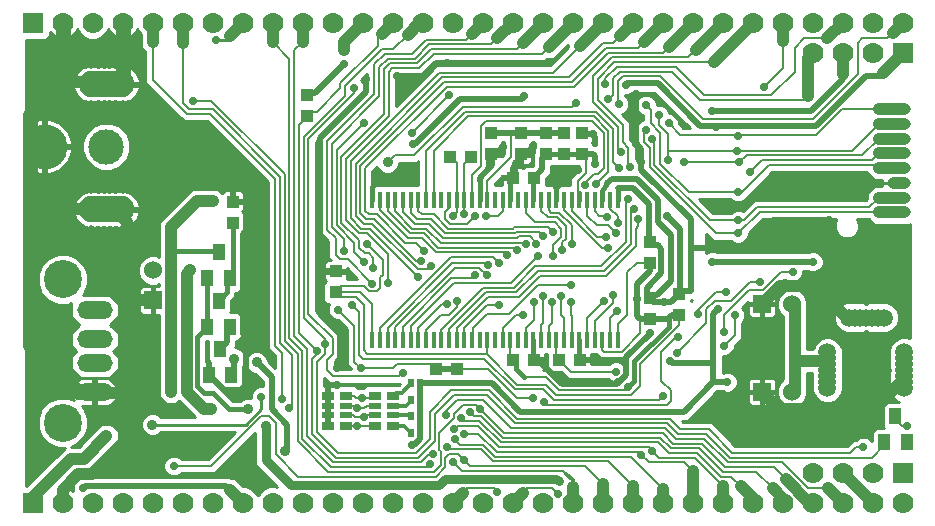
<source format=gbr>
G75*
G70*
%OFA0B0*%
%FSLAX24Y24*%
%IPPOS*%
%LPD*%
%AMOC8*
5,1,8,0,0,1.08239X$1,22.5*
%
%ADD10R,0.0400X0.0400*%
%ADD11R,0.0200X0.0300*%
%ADD12R,0.0157X0.0551*%
%ADD13R,0.0700X0.0700*%
%ADD14C,0.0700*%
%ADD15R,0.0320X0.0200*%
%ADD16R,0.0600X0.0600*%
%ADD17C,0.0600*%
%ADD18O,0.0780X0.0390*%
%ADD19O,0.1181X0.0591*%
%ADD20C,0.1266*%
%ADD21R,0.0400X0.0300*%
%ADD22R,0.0400X0.0200*%
%ADD23R,0.0394X0.0551*%
%ADD24C,0.0591*%
%ADD25C,0.0886*%
%ADD26C,0.1502*%
%ADD27C,0.1181*%
%ADD28C,0.0100*%
%ADD29C,0.0400*%
%ADD30C,0.0500*%
%ADD31C,0.0354*%
%ADD32C,0.0197*%
%ADD33C,0.0157*%
%ADD34C,0.0276*%
%ADD35C,0.0160*%
%ADD36C,0.0200*%
%ADD37C,0.0394*%
%ADD38C,0.0205*%
%ADD39C,0.0079*%
%ADD40C,0.0080*%
%ADD41C,0.0118*%
%ADD42C,0.0098*%
%ADD43C,0.0315*%
D10*
X016723Y006966D03*
X017423Y006966D03*
X019282Y007281D03*
X019982Y007281D03*
X020818Y007281D03*
X021518Y007281D03*
X023845Y008624D03*
X024829Y008782D03*
X023845Y009324D03*
X024829Y009482D03*
X023845Y010514D03*
X023845Y011214D03*
X019982Y013344D03*
X019282Y013344D03*
X017896Y014033D03*
X018569Y014136D03*
X019553Y014136D03*
X020380Y014136D03*
X020990Y014136D03*
X021601Y014136D03*
X021601Y014836D03*
X020990Y014836D03*
X020380Y014836D03*
X019553Y014836D03*
X018569Y014836D03*
X017196Y014033D03*
X012427Y015396D03*
X012427Y016096D03*
X009947Y012553D03*
X009947Y011853D03*
X013372Y010230D03*
X013372Y009530D03*
D11*
X015899Y006494D03*
X016199Y006494D03*
X016199Y005943D03*
X015899Y005943D03*
X015899Y005391D03*
X016199Y005391D03*
X016199Y004840D03*
X015899Y004840D03*
D12*
X015872Y007941D03*
X015616Y007941D03*
X015360Y007941D03*
X015105Y007941D03*
X014849Y007941D03*
X014593Y007941D03*
X016128Y007941D03*
X016384Y007941D03*
X016640Y007941D03*
X016896Y007941D03*
X017152Y007941D03*
X017408Y007941D03*
X017664Y007941D03*
X017920Y007941D03*
X018175Y007941D03*
X018431Y007941D03*
X018687Y007941D03*
X018943Y007941D03*
X019199Y007941D03*
X019455Y007941D03*
X019711Y007941D03*
X019967Y007941D03*
X020223Y007941D03*
X020479Y007941D03*
X020734Y007941D03*
X020990Y007941D03*
X021246Y007941D03*
X021502Y007941D03*
X021758Y007941D03*
X022014Y007941D03*
X022270Y007941D03*
X022526Y007941D03*
X022782Y007941D03*
X022782Y012606D03*
X022526Y012606D03*
X022270Y012606D03*
X022014Y012606D03*
X021758Y012606D03*
X021502Y012606D03*
X021246Y012606D03*
X020990Y012606D03*
X020734Y012606D03*
X020479Y012606D03*
X020223Y012606D03*
X019967Y012606D03*
X019711Y012606D03*
X019455Y012606D03*
X019199Y012606D03*
X018943Y012606D03*
X018687Y012606D03*
X018431Y012606D03*
X018175Y012606D03*
X017920Y012606D03*
X017664Y012606D03*
X017408Y012606D03*
X017152Y012606D03*
X016896Y012606D03*
X016640Y012606D03*
X016384Y012606D03*
X016128Y012606D03*
X015872Y012606D03*
X015616Y012606D03*
X015360Y012606D03*
X015105Y012606D03*
X014849Y012606D03*
X014593Y012606D03*
D13*
X003282Y002506D03*
X032282Y003506D03*
X032282Y017506D03*
X003282Y018506D03*
D14*
X004282Y018506D03*
X005282Y018506D03*
X006282Y018506D03*
X007282Y018506D03*
X008282Y018506D03*
X009282Y018506D03*
X010282Y018506D03*
X011282Y018506D03*
X012282Y018506D03*
X013282Y018506D03*
X014282Y018506D03*
X015282Y018506D03*
X016282Y018506D03*
X017282Y018506D03*
X018282Y018506D03*
X019282Y018506D03*
X020282Y018506D03*
X021282Y018506D03*
X022282Y018506D03*
X023282Y018506D03*
X024282Y018506D03*
X025282Y018506D03*
X026282Y018506D03*
X027282Y018506D03*
X028282Y018506D03*
X029282Y018506D03*
X030282Y018506D03*
X031282Y018506D03*
X032282Y018506D03*
X031282Y017506D03*
X030282Y017506D03*
X029282Y017506D03*
X029282Y003506D03*
X030282Y003506D03*
X031282Y003506D03*
X031282Y002506D03*
X030282Y002506D03*
X029282Y002506D03*
X028282Y002506D03*
X027282Y002506D03*
X026282Y002506D03*
X025282Y002506D03*
X024282Y002506D03*
X023282Y002506D03*
X022282Y002506D03*
X021282Y002506D03*
X020282Y002506D03*
X019282Y002506D03*
X018282Y002506D03*
X017282Y002506D03*
X016282Y002506D03*
X015282Y002506D03*
X014282Y002506D03*
X013282Y002506D03*
X012282Y002506D03*
X011282Y002506D03*
X010282Y002506D03*
X009282Y002506D03*
X008282Y002506D03*
X007282Y002506D03*
X006282Y002506D03*
X005282Y002506D03*
X004282Y002506D03*
X032282Y002506D03*
D15*
X017073Y006966D03*
D16*
X007282Y009256D03*
X027597Y009132D03*
X027597Y006218D03*
D17*
X028597Y006218D03*
X028597Y009132D03*
X007282Y010256D03*
D18*
X032153Y012189D03*
X032153Y012681D03*
X032153Y013173D03*
X032153Y013665D03*
X032153Y014157D03*
X032153Y014649D03*
X032153Y015141D03*
X032153Y015634D03*
D19*
X005349Y008946D03*
X005349Y007962D03*
X005349Y007175D03*
X005349Y006190D03*
D20*
X004282Y005179D03*
X004282Y009958D03*
D21*
X013112Y006088D03*
X013712Y006088D03*
X014686Y006088D03*
X015286Y006088D03*
X015286Y005088D03*
X014686Y005088D03*
X013712Y005088D03*
X013112Y005088D03*
D22*
X013112Y005438D03*
X013112Y005738D03*
X013712Y005738D03*
X013712Y005438D03*
X014686Y005438D03*
X015286Y005438D03*
X015286Y005738D03*
X014686Y005738D03*
D23*
X009888Y006769D03*
X009140Y006769D03*
X009514Y007636D03*
X009849Y008384D03*
X009101Y008384D03*
X009475Y009250D03*
X009849Y009998D03*
X009101Y009998D03*
X009475Y010864D03*
X031660Y004525D03*
X032408Y004525D03*
X032034Y005391D03*
D24*
X032328Y006345D03*
X032328Y006542D03*
X032328Y006739D03*
X032328Y006936D03*
X032328Y007132D03*
X032328Y007329D03*
X032328Y007526D03*
X031659Y008688D03*
X031462Y008688D03*
X031265Y008688D03*
X031068Y008688D03*
X030871Y008688D03*
X030675Y008688D03*
X030478Y008688D03*
X029769Y007526D03*
X029769Y007329D03*
X029769Y007132D03*
X029769Y006936D03*
X029769Y006739D03*
X029769Y006542D03*
X029769Y006345D03*
D25*
X006231Y012298D03*
X006034Y012298D03*
X005837Y012298D03*
X005640Y012298D03*
X005444Y012298D03*
X005247Y012298D03*
X005247Y016471D03*
X005444Y016471D03*
X005640Y016471D03*
X005837Y016471D03*
X006034Y016471D03*
X006231Y016471D03*
D26*
X003682Y014384D03*
D27*
X005729Y014384D03*
D28*
X006455Y014718D02*
X009602Y014718D01*
X009504Y014816D02*
X006414Y014816D01*
X006405Y014836D02*
X006181Y015061D01*
X005888Y015182D01*
X005570Y015182D01*
X005277Y015061D01*
X005052Y014836D01*
X004931Y014543D01*
X004931Y014226D01*
X005052Y013932D01*
X005277Y013708D01*
X005570Y013586D01*
X005888Y013586D01*
X006181Y013708D01*
X006405Y013932D01*
X006527Y014226D01*
X006527Y014543D01*
X006405Y014836D01*
X006327Y014915D02*
X009405Y014915D01*
X009307Y015013D02*
X006229Y015013D01*
X006058Y015112D02*
X009208Y015112D01*
X009110Y015210D02*
X004095Y015210D01*
X004204Y015165D02*
X003865Y015306D01*
X003732Y015306D01*
X003732Y014435D01*
X003632Y014435D01*
X003632Y015306D01*
X003498Y015306D01*
X003160Y015165D01*
X003039Y015045D01*
X003039Y017948D01*
X003718Y017948D01*
X003839Y018070D01*
X003839Y018215D01*
X003841Y018211D01*
X003987Y018065D01*
X004178Y017986D01*
X004233Y017986D01*
X004233Y018457D01*
X004330Y018457D01*
X004330Y017986D01*
X004385Y017986D01*
X004576Y018065D01*
X004723Y018211D01*
X004761Y018305D01*
X004809Y018190D01*
X004966Y018033D01*
X005171Y017948D01*
X005393Y017948D01*
X005597Y018033D01*
X005754Y018190D01*
X005802Y018305D01*
X005841Y018211D01*
X005987Y018065D01*
X006178Y017986D01*
X006233Y017986D01*
X006233Y018457D01*
X006330Y018457D01*
X006330Y017986D01*
X006385Y017986D01*
X006576Y018065D01*
X006723Y018211D01*
X006761Y018305D01*
X006809Y018190D01*
X006877Y018122D01*
X006877Y017693D01*
X007035Y017535D01*
X007035Y016498D01*
X007179Y016353D01*
X008309Y015223D01*
X008514Y015223D01*
X009097Y015223D01*
X011118Y013203D01*
X011118Y007856D01*
X011118Y007651D01*
X011354Y007415D01*
X011354Y007018D01*
X011127Y007245D01*
X011127Y007272D01*
X011068Y007413D01*
X010960Y007521D01*
X010818Y007580D01*
X010665Y007580D01*
X010524Y007521D01*
X010416Y007413D01*
X010371Y007305D01*
X010371Y007397D01*
X010313Y007539D01*
X010204Y007647D01*
X010063Y007705D01*
X010016Y007705D01*
X010056Y007745D01*
X010056Y007901D01*
X010131Y007901D01*
X010253Y008022D01*
X010253Y008745D01*
X010131Y008867D01*
X009857Y008867D01*
X009879Y008888D01*
X009879Y009249D01*
X010036Y009407D01*
X010036Y009515D01*
X010131Y009515D01*
X010253Y009636D01*
X010253Y010359D01*
X010233Y010379D01*
X010233Y011445D01*
X010355Y011567D01*
X010355Y012138D01*
X010264Y012229D01*
X010317Y012282D01*
X010317Y012503D01*
X009997Y012503D01*
X009997Y012602D01*
X010317Y012602D01*
X010317Y012823D01*
X010217Y012922D01*
X009997Y012922D01*
X009997Y012603D01*
X009897Y012603D01*
X009897Y012922D01*
X009677Y012922D01*
X009580Y012826D01*
X009445Y012961D01*
X008599Y012961D01*
X008362Y012724D01*
X007732Y012095D01*
X007496Y011858D01*
X007496Y010736D01*
X007496Y010716D01*
X007383Y010763D01*
X007181Y010763D01*
X006994Y010686D01*
X006851Y010543D01*
X006774Y010357D01*
X006774Y010155D01*
X006851Y009968D01*
X006994Y009825D01*
X007181Y009748D01*
X007383Y009748D01*
X007496Y009795D01*
X007496Y009726D01*
X007317Y009726D01*
X007317Y009291D01*
X007247Y009291D01*
X007247Y009726D01*
X006911Y009726D01*
X006812Y009626D01*
X006812Y009291D01*
X007246Y009291D01*
X007246Y009221D01*
X006812Y009221D01*
X006812Y008885D01*
X006911Y008786D01*
X007247Y008786D01*
X007247Y009220D01*
X007317Y009220D01*
X007317Y008786D01*
X007496Y008786D01*
X007496Y006051D01*
X007732Y005814D01*
X008067Y005814D01*
X008154Y005900D01*
X008243Y005811D01*
X008681Y005373D01*
X007557Y005373D01*
X007488Y005442D01*
X007346Y005501D01*
X007193Y005501D01*
X007052Y005442D01*
X006944Y005334D01*
X006885Y005192D01*
X006885Y005039D01*
X006944Y004898D01*
X007052Y004790D01*
X007193Y004731D01*
X007346Y004731D01*
X007488Y004790D01*
X007557Y004859D01*
X010011Y004859D01*
X009136Y003985D01*
X008220Y003985D01*
X008174Y004031D01*
X008047Y004083D01*
X007910Y004083D01*
X007783Y004031D01*
X007686Y003934D01*
X007633Y003807D01*
X007633Y003669D01*
X007686Y003542D01*
X007783Y003445D01*
X007910Y003393D01*
X008047Y003393D01*
X008174Y003445D01*
X008220Y003491D01*
X009136Y003491D01*
X009341Y003491D01*
X010684Y004835D01*
X010684Y003784D01*
X010898Y003570D01*
X011414Y003054D01*
X011393Y003063D01*
X011171Y003063D01*
X010966Y002978D01*
X010809Y002821D01*
X010782Y002755D01*
X010754Y002821D01*
X010597Y002978D01*
X010393Y003063D01*
X010296Y003063D01*
X010008Y003351D01*
X009869Y003351D01*
X009845Y003375D01*
X009592Y003375D01*
X004909Y003375D01*
X004856Y003322D01*
X004761Y003283D01*
X004664Y003185D01*
X004612Y003059D01*
X004612Y002921D01*
X004619Y002904D01*
X004576Y002946D01*
X004385Y003026D01*
X004330Y003026D01*
X004330Y002554D01*
X004233Y002554D01*
X004233Y003026D01*
X004178Y003026D01*
X004175Y003024D01*
X004721Y003570D01*
X004819Y003570D01*
X005154Y003570D01*
X006139Y004555D01*
X006139Y004890D01*
X005902Y005126D01*
X005567Y005126D01*
X004819Y004378D01*
X004547Y004378D01*
X004758Y004466D01*
X004994Y004702D01*
X005122Y005011D01*
X005122Y005346D01*
X004994Y005655D01*
X004924Y005725D01*
X005300Y005725D01*
X005300Y006142D01*
X004588Y006142D01*
X004588Y005998D01*
X004650Y005936D01*
X004449Y006019D01*
X004114Y006019D01*
X003806Y005891D01*
X003569Y005655D01*
X003441Y005346D01*
X003441Y005011D01*
X003569Y004702D01*
X003806Y004466D01*
X004114Y004338D01*
X004345Y004338D01*
X004149Y004142D01*
X003071Y003063D01*
X003039Y003063D01*
X003039Y013724D01*
X003160Y013603D01*
X003498Y013463D01*
X003632Y013463D01*
X003632Y014334D01*
X003732Y014334D01*
X003732Y014434D01*
X004603Y014434D01*
X004603Y014568D01*
X004463Y014906D01*
X004204Y015165D01*
X004257Y015112D02*
X005400Y015112D01*
X005229Y015013D02*
X004355Y015013D01*
X004454Y014915D02*
X005131Y014915D01*
X005044Y014816D02*
X004500Y014816D01*
X004541Y014718D02*
X005003Y014718D01*
X004962Y014619D02*
X004582Y014619D01*
X004603Y014521D02*
X004931Y014521D01*
X004931Y014422D02*
X003732Y014422D01*
X003732Y014334D02*
X004603Y014334D01*
X004603Y014201D01*
X004463Y013863D01*
X004204Y013603D01*
X003865Y013463D01*
X003732Y013463D01*
X003732Y014334D01*
X003732Y014324D02*
X003632Y014324D01*
X003632Y014334D02*
X003039Y014334D01*
X003039Y014434D01*
X003632Y014434D01*
X003632Y014334D01*
X003632Y014422D02*
X003039Y014422D01*
X003632Y014521D02*
X003732Y014521D01*
X003732Y014619D02*
X003632Y014619D01*
X003632Y014718D02*
X003732Y014718D01*
X003732Y014816D02*
X003632Y014816D01*
X003632Y014915D02*
X003732Y014915D01*
X003732Y015013D02*
X003632Y015013D01*
X003632Y015112D02*
X003732Y015112D01*
X003732Y015210D02*
X003632Y015210D01*
X003269Y015210D02*
X003039Y015210D01*
X003039Y015112D02*
X003107Y015112D01*
X003039Y015309D02*
X008224Y015309D01*
X008125Y015408D02*
X003039Y015408D01*
X003039Y015506D02*
X008027Y015506D01*
X007928Y015605D02*
X003039Y015605D01*
X003039Y015703D02*
X007830Y015703D01*
X007731Y015802D02*
X003039Y015802D01*
X003039Y015900D02*
X005023Y015900D01*
X005125Y015858D02*
X005197Y015858D01*
X005197Y015910D01*
X005297Y015868D01*
X005297Y015858D01*
X005369Y015858D01*
X005394Y015858D01*
X005394Y015868D01*
X005444Y015889D01*
X005493Y015868D01*
X005493Y015858D01*
X005518Y015858D01*
X005519Y015858D01*
X005565Y015858D01*
X005590Y015858D01*
X005590Y015868D01*
X005640Y015889D01*
X005690Y015868D01*
X005690Y015858D01*
X005762Y015858D01*
X005787Y015858D01*
X005787Y015868D01*
X005837Y015889D01*
X005887Y015868D01*
X005887Y015858D01*
X005959Y015858D01*
X005984Y015858D01*
X005984Y015868D01*
X006034Y015889D01*
X006084Y015868D01*
X006084Y015858D01*
X006109Y015858D01*
X006181Y015858D01*
X006181Y015868D01*
X006281Y015910D01*
X006281Y015858D01*
X006353Y015858D01*
X006578Y015951D01*
X006751Y016124D01*
X006844Y016349D01*
X006844Y016421D01*
X006450Y016421D01*
X006281Y016421D01*
X006281Y016521D01*
X006450Y016521D01*
X006844Y016521D01*
X006844Y016593D01*
X006751Y016818D01*
X006578Y016991D01*
X006353Y017084D01*
X006281Y017084D01*
X006281Y017032D01*
X006181Y017074D01*
X006181Y017084D01*
X006109Y017084D01*
X006084Y017084D01*
X006084Y017074D01*
X006034Y017053D01*
X005984Y017074D01*
X005984Y017084D01*
X005959Y017084D01*
X005887Y017084D01*
X005887Y017074D01*
X005837Y017053D01*
X005787Y017074D01*
X005787Y017084D01*
X005762Y017084D01*
X005690Y017084D01*
X005690Y017074D01*
X005640Y017053D01*
X005590Y017074D01*
X005590Y017084D01*
X005565Y017084D01*
X005493Y017084D01*
X005493Y017074D01*
X005444Y017053D01*
X005394Y017074D01*
X005394Y017084D01*
X005369Y017084D01*
X005297Y017084D01*
X005297Y017074D01*
X005197Y017032D01*
X005197Y017084D01*
X005125Y017084D01*
X004899Y016991D01*
X004727Y016818D01*
X004634Y016593D01*
X004634Y016521D01*
X005196Y016521D01*
X005196Y016421D01*
X004634Y016421D01*
X004634Y016349D01*
X004727Y016124D01*
X004899Y015951D01*
X005125Y015858D01*
X005197Y015900D02*
X005220Y015900D01*
X004852Y015999D02*
X003039Y015999D01*
X003039Y016097D02*
X004754Y016097D01*
X004697Y016196D02*
X003039Y016196D01*
X003039Y016294D02*
X004656Y016294D01*
X004634Y016393D02*
X003039Y016393D01*
X003039Y016492D02*
X005196Y016492D01*
X005297Y016492D02*
X005393Y016492D01*
X005393Y016521D02*
X005297Y016521D01*
X005297Y016421D01*
X005393Y016421D01*
X005393Y016521D01*
X005494Y016521D02*
X005494Y016421D01*
X005590Y016421D01*
X005590Y016521D01*
X005494Y016521D01*
X005494Y016492D02*
X005590Y016492D01*
X005691Y016492D02*
X005787Y016492D01*
X005787Y016521D02*
X005787Y016421D01*
X005691Y016421D01*
X005691Y016521D01*
X005787Y016521D01*
X005887Y016521D02*
X005887Y016421D01*
X005984Y016421D01*
X005984Y016521D01*
X005887Y016521D01*
X005887Y016492D02*
X005984Y016492D01*
X006084Y016492D02*
X006181Y016492D01*
X006181Y016521D02*
X006181Y016421D01*
X006084Y016421D01*
X006084Y016521D01*
X006181Y016521D01*
X006281Y016492D02*
X007041Y016492D01*
X007035Y016590D02*
X006844Y016590D01*
X006804Y016689D02*
X007035Y016689D01*
X007035Y016787D02*
X006763Y016787D01*
X006683Y016886D02*
X007035Y016886D01*
X007035Y016984D02*
X006584Y016984D01*
X006356Y017083D02*
X007035Y017083D01*
X007035Y017181D02*
X003039Y017181D01*
X003039Y017083D02*
X005122Y017083D01*
X005197Y017083D02*
X005297Y017083D01*
X005394Y017083D02*
X005493Y017083D01*
X005590Y017083D02*
X005690Y017083D01*
X005787Y017083D02*
X005887Y017083D01*
X005984Y017083D02*
X006084Y017083D01*
X006181Y017083D02*
X006281Y017083D01*
X007035Y017280D02*
X003039Y017280D01*
X003039Y017378D02*
X007035Y017378D01*
X007035Y017477D02*
X003039Y017477D01*
X003039Y017576D02*
X006994Y017576D01*
X006896Y017674D02*
X003039Y017674D01*
X003039Y017773D02*
X006877Y017773D01*
X006877Y017871D02*
X003039Y017871D01*
X003739Y017970D02*
X005119Y017970D01*
X004931Y018068D02*
X004580Y018068D01*
X004678Y018167D02*
X004832Y018167D01*
X004778Y018265D02*
X004745Y018265D01*
X004330Y018265D02*
X004233Y018265D01*
X004233Y018167D02*
X004330Y018167D01*
X004330Y018068D02*
X004233Y018068D01*
X003984Y018068D02*
X003838Y018068D01*
X003839Y018167D02*
X003885Y018167D01*
X004233Y018364D02*
X004330Y018364D01*
X005444Y017970D02*
X006877Y017970D01*
X006877Y018068D02*
X006580Y018068D01*
X006678Y018167D02*
X006832Y018167D01*
X006778Y018265D02*
X006745Y018265D01*
X006330Y018265D02*
X006233Y018265D01*
X006233Y018167D02*
X006330Y018167D01*
X006330Y018068D02*
X006233Y018068D01*
X005984Y018068D02*
X005633Y018068D01*
X005731Y018167D02*
X005885Y018167D01*
X005818Y018265D02*
X005786Y018265D01*
X006233Y018364D02*
X006330Y018364D01*
X004893Y016984D02*
X003039Y016984D01*
X003039Y016886D02*
X004795Y016886D01*
X004714Y016787D02*
X003039Y016787D01*
X003039Y016689D02*
X004673Y016689D01*
X004634Y016590D02*
X003039Y016590D01*
X006258Y015900D02*
X006281Y015900D01*
X006455Y015900D02*
X007633Y015900D01*
X007534Y015999D02*
X006626Y015999D01*
X006724Y016097D02*
X007435Y016097D01*
X007337Y016196D02*
X006780Y016196D01*
X006821Y016294D02*
X007238Y016294D01*
X007140Y016393D02*
X006844Y016393D01*
X009386Y017931D02*
X009707Y017931D01*
X009855Y018079D01*
X012850Y014667D02*
X014425Y016242D01*
X014425Y016804D01*
X014224Y016603D01*
X014295Y016532D01*
X014347Y016405D01*
X014347Y016268D01*
X014295Y016141D01*
X014249Y016095D01*
X014249Y016067D01*
X014104Y015922D01*
X012714Y014531D01*
X012714Y008919D01*
X013540Y008092D01*
X013540Y007888D01*
X013540Y007376D01*
X013396Y007231D01*
X013344Y007179D01*
X013344Y007029D01*
X013396Y006977D01*
X013873Y006977D01*
X013873Y006992D01*
X013755Y007110D01*
X013755Y008301D01*
X013447Y008609D01*
X013382Y008609D01*
X013255Y008662D01*
X013158Y008759D01*
X013106Y008886D01*
X013106Y009023D01*
X013147Y009122D01*
X013086Y009122D01*
X012965Y009244D01*
X012965Y009816D01*
X013055Y009906D01*
X013002Y009959D01*
X013002Y010180D01*
X013322Y010180D01*
X013322Y010280D01*
X013002Y010280D01*
X013002Y010500D01*
X013102Y010600D01*
X013209Y010600D01*
X013125Y010683D01*
X013125Y011234D01*
X012994Y011365D01*
X012850Y011510D01*
X012850Y014462D01*
X012850Y014667D01*
X012850Y014619D02*
X012801Y014619D01*
X012850Y014521D02*
X012714Y014521D01*
X012714Y014422D02*
X012850Y014422D01*
X012850Y014324D02*
X012714Y014324D01*
X012714Y014225D02*
X012850Y014225D01*
X012850Y014126D02*
X012714Y014126D01*
X012714Y014028D02*
X012850Y014028D01*
X012850Y013929D02*
X012714Y013929D01*
X012714Y013831D02*
X012850Y013831D01*
X012850Y013732D02*
X012714Y013732D01*
X012714Y013634D02*
X012850Y013634D01*
X012850Y013535D02*
X012714Y013535D01*
X012714Y013437D02*
X012850Y013437D01*
X012850Y013338D02*
X012714Y013338D01*
X012714Y013240D02*
X012850Y013240D01*
X012850Y013141D02*
X012714Y013141D01*
X012714Y013043D02*
X012850Y013043D01*
X012850Y012944D02*
X012714Y012944D01*
X012714Y012845D02*
X012850Y012845D01*
X012850Y012747D02*
X012714Y012747D01*
X012714Y012648D02*
X012850Y012648D01*
X012850Y012550D02*
X012714Y012550D01*
X012714Y012451D02*
X012850Y012451D01*
X012850Y012353D02*
X012714Y012353D01*
X012714Y012254D02*
X012850Y012254D01*
X012850Y012156D02*
X012714Y012156D01*
X012714Y012057D02*
X012850Y012057D01*
X012850Y011959D02*
X012714Y011959D01*
X012714Y011860D02*
X012850Y011860D01*
X012850Y011761D02*
X012714Y011761D01*
X012714Y011663D02*
X012850Y011663D01*
X012850Y011564D02*
X012714Y011564D01*
X012714Y011466D02*
X012894Y011466D01*
X012992Y011367D02*
X012714Y011367D01*
X012714Y011269D02*
X013091Y011269D01*
X013125Y011170D02*
X012714Y011170D01*
X012714Y011072D02*
X013125Y011072D01*
X013125Y010973D02*
X012714Y010973D01*
X012714Y010875D02*
X013125Y010875D01*
X013125Y010776D02*
X012714Y010776D01*
X012714Y010677D02*
X013131Y010677D01*
X013081Y010579D02*
X012714Y010579D01*
X012714Y010480D02*
X013002Y010480D01*
X013002Y010382D02*
X012714Y010382D01*
X012714Y010283D02*
X013002Y010283D01*
X013002Y010086D02*
X012714Y010086D01*
X012714Y009988D02*
X013002Y009988D01*
X013038Y009889D02*
X012714Y009889D01*
X012714Y009791D02*
X012965Y009791D01*
X012965Y009692D02*
X012714Y009692D01*
X012714Y009594D02*
X012965Y009594D01*
X012965Y009495D02*
X012714Y009495D01*
X012714Y009396D02*
X012965Y009396D01*
X012965Y009298D02*
X012714Y009298D01*
X012714Y009199D02*
X013009Y009199D01*
X013138Y009101D02*
X012714Y009101D01*
X012714Y009002D02*
X013106Y009002D01*
X013106Y008904D02*
X012729Y008904D01*
X012827Y008805D02*
X013139Y008805D01*
X013211Y008707D02*
X012926Y008707D01*
X013024Y008608D02*
X013448Y008608D01*
X013547Y008510D02*
X013123Y008510D01*
X013221Y008411D02*
X013645Y008411D01*
X013744Y008312D02*
X013320Y008312D01*
X013419Y008214D02*
X013755Y008214D01*
X013755Y008115D02*
X013517Y008115D01*
X013540Y008017D02*
X013755Y008017D01*
X013755Y007918D02*
X013540Y007918D01*
X013540Y007820D02*
X013755Y007820D01*
X013755Y007721D02*
X013540Y007721D01*
X013540Y007623D02*
X013755Y007623D01*
X013755Y007524D02*
X013540Y007524D01*
X013540Y007426D02*
X013755Y007426D01*
X013755Y007327D02*
X013491Y007327D01*
X013393Y007228D02*
X013755Y007228D01*
X013755Y007130D02*
X013344Y007130D01*
X013344Y007031D02*
X013834Y007031D01*
X013191Y006483D02*
X012994Y006680D01*
X012989Y006685D01*
X012989Y006408D01*
X013087Y006408D01*
X013087Y006114D01*
X013137Y006114D01*
X013137Y006408D01*
X013382Y006408D01*
X013385Y006405D01*
X013426Y006446D01*
X013998Y006446D01*
X014119Y006324D01*
X014119Y006323D01*
X014177Y006347D01*
X014302Y006347D01*
X014401Y006446D01*
X014972Y006446D01*
X014986Y006432D01*
X015001Y006446D01*
X015474Y006446D01*
X015512Y006483D01*
X015396Y006483D01*
X013396Y006483D01*
X013191Y006483D01*
X013136Y006539D02*
X012989Y006539D01*
X012989Y006637D02*
X013037Y006637D01*
X012989Y006440D02*
X013420Y006440D01*
X013137Y006342D02*
X013087Y006342D01*
X013087Y006243D02*
X013137Y006243D01*
X013137Y006144D02*
X013087Y006144D01*
X013087Y006063D02*
X013137Y006063D01*
X013137Y006008D01*
X013112Y006008D01*
X013112Y005739D01*
X013111Y005739D01*
X013111Y006008D01*
X013087Y006008D01*
X013087Y006063D01*
X013087Y006046D02*
X013137Y006046D01*
X013111Y005947D02*
X013112Y005947D01*
X013111Y005849D02*
X013112Y005849D01*
X013111Y005750D02*
X013112Y005750D01*
X013112Y005738D02*
X013112Y005708D01*
X013112Y005439D01*
X013111Y005439D01*
X013111Y005708D01*
X013111Y005738D01*
X013112Y005738D01*
X013111Y005652D02*
X013112Y005652D01*
X013111Y005553D02*
X013112Y005553D01*
X013111Y005455D02*
X013112Y005455D01*
X013112Y005438D02*
X013112Y005168D01*
X013137Y005168D01*
X013137Y005114D01*
X013087Y005114D01*
X013087Y005168D01*
X013111Y005168D01*
X013111Y005438D01*
X013112Y005438D01*
X013111Y005356D02*
X013112Y005356D01*
X013111Y005258D02*
X013112Y005258D01*
X013087Y005159D02*
X013137Y005159D01*
X014102Y006342D02*
X014164Y006342D01*
X014003Y006440D02*
X014395Y006440D01*
X014978Y006440D02*
X014995Y006440D01*
X011354Y007031D02*
X011340Y007031D01*
X011354Y007130D02*
X011242Y007130D01*
X011143Y007228D02*
X011354Y007228D01*
X011354Y007327D02*
X011104Y007327D01*
X011055Y007426D02*
X011343Y007426D01*
X011245Y007524D02*
X010953Y007524D01*
X011146Y007623D02*
X010228Y007623D01*
X010319Y007524D02*
X010531Y007524D01*
X010429Y007426D02*
X010359Y007426D01*
X010371Y007327D02*
X010380Y007327D01*
X010357Y007211D02*
X010357Y007119D01*
X010416Y006977D01*
X010524Y006869D01*
X010665Y006810D01*
X010692Y006810D01*
X010939Y006563D01*
X010939Y006396D01*
X010823Y006396D01*
X010696Y006344D01*
X010599Y006246D01*
X010547Y006120D01*
X010547Y006001D01*
X010520Y006012D01*
X010367Y006012D01*
X010226Y005954D01*
X010186Y005914D01*
X009947Y005914D01*
X009564Y006297D01*
X009472Y006389D01*
X009487Y006404D01*
X009605Y006286D01*
X010171Y006286D01*
X010292Y006408D01*
X010292Y007083D01*
X010313Y007103D01*
X010357Y007211D01*
X010357Y007130D02*
X010324Y007130D01*
X010292Y007031D02*
X010393Y007031D01*
X010460Y006933D02*
X010292Y006933D01*
X010292Y006834D02*
X010608Y006834D01*
X010766Y006736D02*
X010292Y006736D01*
X010292Y006637D02*
X010865Y006637D01*
X010939Y006539D02*
X010292Y006539D01*
X010292Y006440D02*
X010939Y006440D01*
X010694Y006342D02*
X010226Y006342D01*
X010598Y006243D02*
X009618Y006243D01*
X009550Y006342D02*
X009520Y006342D01*
X009717Y006144D02*
X010557Y006144D01*
X010547Y006046D02*
X009815Y006046D01*
X009914Y005947D02*
X010220Y005947D01*
X009188Y006818D02*
X009091Y006818D01*
X009091Y007215D01*
X009052Y007215D01*
X009052Y007901D01*
X009110Y007901D01*
X009110Y007274D01*
X009188Y007195D01*
X009188Y006818D01*
X009188Y006834D02*
X009091Y006834D01*
X009091Y006933D02*
X009188Y006933D01*
X009188Y007031D02*
X009091Y007031D01*
X009091Y007130D02*
X009188Y007130D01*
X009155Y007228D02*
X009052Y007228D01*
X009052Y007327D02*
X009110Y007327D01*
X009110Y007426D02*
X009052Y007426D01*
X009052Y007524D02*
X009110Y007524D01*
X009110Y007623D02*
X009052Y007623D01*
X009052Y007721D02*
X009110Y007721D01*
X009110Y007820D02*
X009052Y007820D01*
X010032Y007721D02*
X011118Y007721D01*
X011118Y007820D02*
X010056Y007820D01*
X010149Y007918D02*
X011118Y007918D01*
X011118Y008017D02*
X010248Y008017D01*
X010253Y008115D02*
X011118Y008115D01*
X011118Y008214D02*
X010253Y008214D01*
X010253Y008312D02*
X011118Y008312D01*
X011118Y008411D02*
X010253Y008411D01*
X010253Y008510D02*
X011118Y008510D01*
X011118Y008608D02*
X010253Y008608D01*
X010253Y008707D02*
X011118Y008707D01*
X011118Y008805D02*
X010193Y008805D01*
X009879Y008904D02*
X011118Y008904D01*
X011118Y009002D02*
X009879Y009002D01*
X009879Y009101D02*
X011118Y009101D01*
X011118Y009199D02*
X009879Y009199D01*
X009927Y009298D02*
X011118Y009298D01*
X011118Y009396D02*
X010026Y009396D01*
X010036Y009495D02*
X011118Y009495D01*
X011118Y009594D02*
X010210Y009594D01*
X010253Y009692D02*
X011118Y009692D01*
X011118Y009791D02*
X010253Y009791D01*
X010253Y009889D02*
X011118Y009889D01*
X011118Y009988D02*
X010253Y009988D01*
X010253Y010086D02*
X011118Y010086D01*
X011118Y010185D02*
X010253Y010185D01*
X010253Y010283D02*
X011118Y010283D01*
X011118Y010382D02*
X010233Y010382D01*
X010233Y010480D02*
X011118Y010480D01*
X011118Y010579D02*
X010233Y010579D01*
X010233Y010677D02*
X011118Y010677D01*
X011118Y010776D02*
X010233Y010776D01*
X010233Y010875D02*
X011118Y010875D01*
X011118Y010973D02*
X010233Y010973D01*
X010233Y011072D02*
X011118Y011072D01*
X011118Y011170D02*
X010233Y011170D01*
X010233Y011269D02*
X011118Y011269D01*
X011118Y011367D02*
X010233Y011367D01*
X010254Y011466D02*
X011118Y011466D01*
X011118Y011564D02*
X010352Y011564D01*
X010355Y011663D02*
X011118Y011663D01*
X011118Y011761D02*
X010355Y011761D01*
X010355Y011860D02*
X011118Y011860D01*
X011118Y011959D02*
X010355Y011959D01*
X010355Y012057D02*
X011118Y012057D01*
X011118Y012156D02*
X010337Y012156D01*
X010289Y012254D02*
X011118Y012254D01*
X011118Y012353D02*
X010317Y012353D01*
X010317Y012451D02*
X011118Y012451D01*
X011118Y012550D02*
X009997Y012550D01*
X009997Y012648D02*
X009897Y012648D01*
X009897Y012747D02*
X009997Y012747D01*
X009997Y012845D02*
X009897Y012845D01*
X009600Y012845D02*
X009561Y012845D01*
X009462Y012944D02*
X011118Y012944D01*
X011118Y013043D02*
X003039Y013043D01*
X003039Y013141D02*
X011118Y013141D01*
X011081Y013240D02*
X003039Y013240D01*
X003039Y013338D02*
X010982Y013338D01*
X010884Y013437D02*
X003039Y013437D01*
X003039Y013535D02*
X003325Y013535D01*
X003130Y013634D02*
X003039Y013634D01*
X003632Y013634D02*
X003732Y013634D01*
X003732Y013732D02*
X003632Y013732D01*
X003632Y013831D02*
X003732Y013831D01*
X003732Y013929D02*
X003632Y013929D01*
X003632Y014028D02*
X003732Y014028D01*
X003732Y014126D02*
X003632Y014126D01*
X003632Y014225D02*
X003732Y014225D01*
X004332Y013732D02*
X005252Y013732D01*
X005154Y013831D02*
X004431Y013831D01*
X004490Y013929D02*
X005055Y013929D01*
X005013Y014028D02*
X004531Y014028D01*
X004572Y014126D02*
X004972Y014126D01*
X004931Y014225D02*
X004603Y014225D01*
X004603Y014324D02*
X004931Y014324D01*
X006205Y013732D02*
X010588Y013732D01*
X010686Y013634D02*
X006002Y013634D01*
X006304Y013831D02*
X010489Y013831D01*
X010391Y013929D02*
X006403Y013929D01*
X006445Y014028D02*
X010292Y014028D01*
X010194Y014126D02*
X006486Y014126D01*
X006527Y014225D02*
X010095Y014225D01*
X009997Y014324D02*
X006527Y014324D01*
X006527Y014422D02*
X009898Y014422D01*
X009800Y014521D02*
X006527Y014521D01*
X006495Y014619D02*
X009701Y014619D01*
X010785Y013535D02*
X004039Y013535D01*
X004234Y013634D02*
X005456Y013634D01*
X005493Y012911D02*
X005493Y012900D01*
X005444Y012880D01*
X005394Y012900D01*
X005394Y012911D01*
X005322Y012911D01*
X005297Y012911D01*
X005297Y012900D01*
X005197Y012859D01*
X005197Y012911D01*
X005125Y012911D01*
X004899Y012817D01*
X004727Y012645D01*
X004634Y012420D01*
X004634Y012348D01*
X004831Y012348D01*
X005196Y012348D01*
X005196Y012248D01*
X004831Y012248D01*
X004634Y012248D01*
X004634Y012176D01*
X004727Y011951D01*
X004899Y011778D01*
X005125Y011685D01*
X005197Y011685D01*
X005197Y011737D01*
X005297Y011695D01*
X005297Y011685D01*
X005322Y011685D01*
X005394Y011685D01*
X005394Y011695D01*
X005444Y011716D01*
X005493Y011695D01*
X005493Y011685D01*
X005518Y011685D01*
X005531Y011685D01*
X005565Y011685D01*
X005590Y011685D01*
X005590Y011695D01*
X005640Y011716D01*
X005690Y011695D01*
X005690Y011685D01*
X005715Y011685D01*
X005726Y011685D01*
X005762Y011685D01*
X005787Y011685D01*
X005787Y011695D01*
X005837Y011716D01*
X005887Y011695D01*
X005887Y011685D01*
X005912Y011685D01*
X005919Y011685D01*
X005959Y011685D01*
X005984Y011685D01*
X005984Y011695D01*
X006034Y011716D01*
X006084Y011695D01*
X006084Y011685D01*
X006156Y011685D01*
X006181Y011685D01*
X006181Y011695D01*
X006281Y011737D01*
X006281Y011685D01*
X006353Y011685D01*
X006578Y011778D01*
X006751Y011951D01*
X006844Y012176D01*
X006844Y012248D01*
X006647Y012248D01*
X006450Y012248D01*
X006281Y012248D01*
X006281Y012348D01*
X006450Y012348D01*
X006647Y012348D01*
X006844Y012348D01*
X006844Y012420D01*
X006751Y012645D01*
X006578Y012817D01*
X006353Y012911D01*
X006281Y012911D01*
X006281Y012859D01*
X006181Y012900D01*
X006181Y012911D01*
X006156Y012911D01*
X006084Y012911D01*
X006084Y012900D01*
X006034Y012880D01*
X005984Y012900D01*
X005984Y012911D01*
X005959Y012911D01*
X005918Y012911D01*
X005912Y012911D01*
X005887Y012911D01*
X005887Y012900D01*
X005837Y012880D01*
X005787Y012900D01*
X005787Y012911D01*
X005762Y012911D01*
X005725Y012911D01*
X005715Y012911D01*
X005690Y012911D01*
X005690Y012900D01*
X005640Y012880D01*
X005590Y012900D01*
X005590Y012911D01*
X005565Y012911D01*
X005530Y012911D01*
X005518Y012911D01*
X005493Y012911D01*
X004967Y012845D02*
X003039Y012845D01*
X003039Y012747D02*
X004829Y012747D01*
X004730Y012648D02*
X003039Y012648D01*
X003039Y012550D02*
X004688Y012550D01*
X004647Y012451D02*
X003039Y012451D01*
X003039Y012353D02*
X004634Y012353D01*
X004642Y012156D02*
X003039Y012156D01*
X003039Y012254D02*
X005196Y012254D01*
X005297Y012254D02*
X005393Y012254D01*
X005393Y012248D02*
X005297Y012248D01*
X005297Y012348D01*
X005393Y012348D01*
X005393Y012248D01*
X005494Y012248D02*
X005494Y012348D01*
X005590Y012348D01*
X005590Y012248D01*
X005494Y012248D01*
X005494Y012254D02*
X005590Y012254D01*
X005691Y012254D02*
X005787Y012254D01*
X005787Y012248D02*
X005691Y012248D01*
X005691Y012348D01*
X005787Y012348D01*
X005787Y012248D01*
X005887Y012248D02*
X005887Y012348D01*
X005984Y012348D01*
X005984Y012248D01*
X005887Y012248D01*
X005887Y012254D02*
X005984Y012254D01*
X006084Y012254D02*
X006181Y012254D01*
X006181Y012248D02*
X006084Y012248D01*
X006084Y012348D01*
X006181Y012348D01*
X006181Y012248D01*
X006281Y012254D02*
X007892Y012254D01*
X007990Y012353D02*
X006844Y012353D01*
X006831Y012451D02*
X008089Y012451D01*
X008187Y012550D02*
X006790Y012550D01*
X006747Y012648D02*
X008286Y012648D01*
X008384Y012747D02*
X006649Y012747D01*
X006510Y012845D02*
X008483Y012845D01*
X008581Y012944D02*
X003039Y012944D01*
X003632Y013535D02*
X003732Y013535D01*
X003039Y012057D02*
X004683Y012057D01*
X004724Y011959D02*
X003039Y011959D01*
X003039Y011860D02*
X004818Y011860D01*
X004940Y011761D02*
X003039Y011761D01*
X003039Y011663D02*
X007496Y011663D01*
X007496Y011761D02*
X006538Y011761D01*
X006660Y011860D02*
X007497Y011860D01*
X007596Y011959D02*
X006754Y011959D01*
X006795Y012057D02*
X007694Y012057D01*
X007732Y012095D02*
X007732Y012095D01*
X007793Y012156D02*
X006835Y012156D01*
X007496Y011564D02*
X003039Y011564D01*
X003039Y011466D02*
X007496Y011466D01*
X007496Y011367D02*
X003039Y011367D01*
X003039Y011269D02*
X007496Y011269D01*
X007496Y011170D02*
X003039Y011170D01*
X003039Y011072D02*
X007496Y011072D01*
X007496Y010973D02*
X003039Y010973D01*
X003039Y010875D02*
X007496Y010875D01*
X007496Y010776D02*
X004503Y010776D01*
X004449Y010799D02*
X004114Y010799D01*
X003806Y010671D01*
X003569Y010434D01*
X003441Y010125D01*
X003441Y009791D01*
X003569Y009482D01*
X003806Y009245D01*
X004114Y009117D01*
X004449Y009117D01*
X004560Y009163D01*
X004551Y009154D01*
X004551Y008738D01*
X004835Y008454D01*
X004551Y008170D01*
X004551Y007754D01*
X004736Y007568D01*
X004551Y007383D01*
X004551Y006966D01*
X004845Y006672D01*
X005852Y006672D01*
X006147Y006966D01*
X006147Y007383D01*
X005961Y007568D01*
X006147Y007754D01*
X006147Y008170D01*
X005863Y008454D01*
X006147Y008738D01*
X006147Y009154D01*
X005852Y009449D01*
X004961Y009449D01*
X004994Y009482D01*
X005122Y009791D01*
X005122Y010125D01*
X004994Y010434D01*
X004758Y010671D01*
X004449Y010799D01*
X004741Y010677D02*
X006986Y010677D01*
X006887Y010579D02*
X004849Y010579D01*
X004948Y010480D02*
X006826Y010480D01*
X006785Y010382D02*
X005016Y010382D01*
X005057Y010283D02*
X006774Y010283D01*
X006774Y010185D02*
X005098Y010185D01*
X005122Y010086D02*
X006803Y010086D01*
X006843Y009988D02*
X005122Y009988D01*
X005122Y009889D02*
X006931Y009889D01*
X007078Y009791D02*
X005122Y009791D01*
X005081Y009692D02*
X006878Y009692D01*
X006812Y009594D02*
X005041Y009594D01*
X005000Y009495D02*
X006812Y009495D01*
X006812Y009396D02*
X005905Y009396D01*
X006003Y009298D02*
X006812Y009298D01*
X006812Y009199D02*
X006102Y009199D01*
X006147Y009101D02*
X006812Y009101D01*
X006812Y009002D02*
X006147Y009002D01*
X006147Y008904D02*
X006812Y008904D01*
X006892Y008805D02*
X006147Y008805D01*
X006115Y008707D02*
X007496Y008707D01*
X007496Y008608D02*
X006017Y008608D01*
X005918Y008510D02*
X007496Y008510D01*
X007496Y008411D02*
X005906Y008411D01*
X006004Y008312D02*
X007496Y008312D01*
X007496Y008214D02*
X006103Y008214D01*
X006147Y008115D02*
X007496Y008115D01*
X007496Y008017D02*
X006147Y008017D01*
X006147Y007918D02*
X007496Y007918D01*
X007496Y007820D02*
X006147Y007820D01*
X006114Y007721D02*
X007496Y007721D01*
X007496Y007623D02*
X006016Y007623D01*
X006005Y007524D02*
X007496Y007524D01*
X007496Y007426D02*
X006104Y007426D01*
X006147Y007327D02*
X007496Y007327D01*
X007496Y007228D02*
X006147Y007228D01*
X006147Y007130D02*
X007496Y007130D01*
X007496Y007031D02*
X006147Y007031D01*
X006113Y006933D02*
X007496Y006933D01*
X007496Y006834D02*
X006015Y006834D01*
X005916Y006736D02*
X007496Y006736D01*
X007496Y006637D02*
X005855Y006637D01*
X005837Y006656D02*
X005397Y006656D01*
X005397Y006239D01*
X005300Y006239D01*
X005300Y006656D01*
X004861Y006656D01*
X004588Y006383D01*
X004588Y006239D01*
X005300Y006239D01*
X005300Y006142D01*
X005397Y006142D01*
X005397Y006239D01*
X006109Y006239D01*
X006109Y006383D01*
X005837Y006656D01*
X005954Y006539D02*
X007496Y006539D01*
X007496Y006440D02*
X006052Y006440D01*
X006109Y006342D02*
X007496Y006342D01*
X007496Y006243D02*
X006109Y006243D01*
X006109Y006142D02*
X005397Y006142D01*
X005397Y005725D01*
X005837Y005725D01*
X006109Y005998D01*
X006109Y006142D01*
X006109Y006046D02*
X007500Y006046D01*
X007496Y006144D02*
X005397Y006144D01*
X005300Y006144D02*
X003039Y006144D01*
X003039Y006046D02*
X004588Y006046D01*
X004622Y005947D02*
X004638Y005947D01*
X004588Y006243D02*
X003039Y006243D01*
X003039Y006342D02*
X004588Y006342D01*
X004645Y006440D02*
X003039Y006440D01*
X003039Y006539D02*
X004744Y006539D01*
X004842Y006637D02*
X003039Y006637D01*
X003039Y006736D02*
X004781Y006736D01*
X004683Y006834D02*
X003039Y006834D01*
X003039Y006933D02*
X004584Y006933D01*
X004551Y007031D02*
X003039Y007031D01*
X003039Y007130D02*
X004551Y007130D01*
X004551Y007228D02*
X003039Y007228D01*
X003039Y007327D02*
X004551Y007327D01*
X004593Y007426D02*
X003039Y007426D01*
X003039Y007524D02*
X004692Y007524D01*
X004682Y007623D02*
X003039Y007623D01*
X003039Y007721D02*
X004583Y007721D01*
X004551Y007820D02*
X003039Y007820D01*
X003039Y007918D02*
X004551Y007918D01*
X004551Y008017D02*
X003039Y008017D01*
X003039Y008115D02*
X004551Y008115D01*
X004594Y008214D02*
X003039Y008214D01*
X003039Y008312D02*
X004693Y008312D01*
X004791Y008411D02*
X003039Y008411D01*
X003039Y008510D02*
X004779Y008510D01*
X004681Y008608D02*
X003039Y008608D01*
X003039Y008707D02*
X004582Y008707D01*
X004551Y008805D02*
X003039Y008805D01*
X003039Y008904D02*
X004551Y008904D01*
X004551Y009002D02*
X003039Y009002D01*
X003039Y009101D02*
X004551Y009101D01*
X003917Y009199D02*
X003039Y009199D01*
X003039Y009298D02*
X003753Y009298D01*
X003655Y009396D02*
X003039Y009396D01*
X003039Y009495D02*
X003564Y009495D01*
X003523Y009594D02*
X003039Y009594D01*
X003039Y009692D02*
X003482Y009692D01*
X003441Y009791D02*
X003039Y009791D01*
X003039Y009889D02*
X003441Y009889D01*
X003441Y009988D02*
X003039Y009988D01*
X003039Y010086D02*
X003441Y010086D01*
X003466Y010185D02*
X003039Y010185D01*
X003039Y010283D02*
X003507Y010283D01*
X003547Y010382D02*
X003039Y010382D01*
X003039Y010480D02*
X003615Y010480D01*
X003714Y010579D02*
X003039Y010579D01*
X003039Y010677D02*
X003822Y010677D01*
X004060Y010776D02*
X003039Y010776D01*
X007247Y009692D02*
X007317Y009692D01*
X007317Y009594D02*
X007247Y009594D01*
X007247Y009495D02*
X007317Y009495D01*
X007317Y009396D02*
X007247Y009396D01*
X007247Y009298D02*
X007317Y009298D01*
X007317Y009199D02*
X007247Y009199D01*
X007247Y009101D02*
X007317Y009101D01*
X007317Y009002D02*
X007247Y009002D01*
X007247Y008904D02*
X007317Y008904D01*
X007317Y008805D02*
X007247Y008805D01*
X007485Y009791D02*
X007496Y009791D01*
X012714Y010185D02*
X013322Y010185D01*
X013422Y010185D02*
X013880Y010185D01*
X013742Y010180D02*
X013422Y010180D01*
X013422Y010280D01*
X013742Y010280D01*
X013742Y010322D01*
X014095Y009969D01*
X013742Y009969D01*
X013742Y010180D01*
X013742Y010086D02*
X013978Y010086D01*
X014077Y009988D02*
X013742Y009988D01*
X013742Y010283D02*
X013781Y010283D01*
X011118Y012648D02*
X010317Y012648D01*
X010317Y012747D02*
X011118Y012747D01*
X011118Y012845D02*
X010295Y012845D01*
X012900Y014718D02*
X012901Y014718D01*
X012999Y014816D02*
X012999Y014816D01*
X013097Y014915D02*
X013098Y014915D01*
X013196Y015013D02*
X013196Y015013D01*
X013294Y015112D02*
X013295Y015112D01*
X013393Y015210D02*
X013393Y015210D01*
X013491Y015309D02*
X013492Y015309D01*
X013590Y015408D02*
X013590Y015408D01*
X013688Y015506D02*
X013689Y015506D01*
X013787Y015605D02*
X013788Y015605D01*
X013885Y015703D02*
X013886Y015703D01*
X013984Y015802D02*
X013985Y015802D01*
X014082Y015900D02*
X014083Y015900D01*
X014181Y015999D02*
X014182Y015999D01*
X014251Y016097D02*
X014280Y016097D01*
X014318Y016196D02*
X014379Y016196D01*
X014347Y016294D02*
X014425Y016294D01*
X014425Y016393D02*
X014347Y016393D01*
X014312Y016492D02*
X014425Y016492D01*
X014425Y016590D02*
X014237Y016590D01*
X014310Y016689D02*
X014425Y016689D01*
X014425Y016787D02*
X014408Y016787D01*
X015391Y016759D02*
X016065Y016759D01*
X016270Y016759D01*
X016742Y017231D01*
X020152Y017231D01*
X020356Y017231D01*
X020435Y017310D01*
X020658Y017310D01*
X021125Y017778D01*
X021125Y017698D01*
X020522Y017095D01*
X016735Y017095D01*
X016590Y016950D01*
X015391Y015751D01*
X015391Y016759D01*
X015391Y016689D02*
X016328Y016689D01*
X016298Y016787D02*
X016427Y016787D01*
X016397Y016886D02*
X016525Y016886D01*
X016495Y016984D02*
X016624Y016984D01*
X016594Y017083D02*
X016722Y017083D01*
X016692Y017181D02*
X020608Y017181D01*
X020707Y017280D02*
X020405Y017280D01*
X020726Y017378D02*
X020805Y017378D01*
X020825Y017477D02*
X020904Y017477D01*
X020923Y017576D02*
X021003Y017576D01*
X021022Y017674D02*
X021101Y017674D01*
X021120Y017773D02*
X021125Y017773D01*
X023253Y016162D02*
X023279Y016188D01*
X023994Y016188D01*
X025173Y015008D01*
X024971Y015008D01*
X024820Y015159D01*
X024820Y015224D01*
X024767Y015351D01*
X024670Y015448D01*
X024543Y015501D01*
X024504Y015501D01*
X024452Y015626D01*
X024355Y015724D01*
X024228Y015776D01*
X024091Y015776D01*
X024073Y015768D01*
X024072Y015769D01*
X024072Y015834D01*
X024019Y015961D01*
X023922Y016058D01*
X023795Y016111D01*
X023658Y016111D01*
X023531Y016058D01*
X023434Y015961D01*
X023381Y015834D01*
X023381Y015697D01*
X023434Y015570D01*
X023531Y015473D01*
X023637Y015429D01*
X023637Y015275D01*
X023531Y015231D01*
X023434Y015134D01*
X023381Y015007D01*
X023381Y014870D01*
X023401Y014823D01*
X023401Y014647D01*
X023401Y014443D01*
X023598Y014246D01*
X023598Y013801D01*
X023598Y013643D01*
X023521Y013643D01*
X023521Y013767D01*
X023468Y013894D01*
X023383Y013979D01*
X023383Y014226D01*
X023383Y014431D01*
X023186Y014628D01*
X023186Y015014D01*
X023186Y015218D01*
X022928Y015476D01*
X023017Y015512D01*
X023114Y015609D01*
X023166Y015736D01*
X023166Y015874D01*
X023114Y016000D01*
X023029Y016086D01*
X023029Y016109D01*
X023126Y016109D01*
X023253Y016162D01*
X023114Y015999D02*
X023472Y015999D01*
X023409Y015900D02*
X023155Y015900D01*
X023166Y015802D02*
X023381Y015802D01*
X023381Y015703D02*
X023153Y015703D01*
X023109Y015605D02*
X023419Y015605D01*
X023498Y015506D02*
X023002Y015506D01*
X022997Y015408D02*
X023637Y015408D01*
X023637Y015309D02*
X023095Y015309D01*
X023186Y015210D02*
X023510Y015210D01*
X023425Y015112D02*
X023186Y015112D01*
X023186Y015013D02*
X023384Y015013D01*
X023381Y014915D02*
X023186Y014915D01*
X023186Y014816D02*
X023401Y014816D01*
X023401Y014718D02*
X023186Y014718D01*
X023194Y014619D02*
X023401Y014619D01*
X023401Y014521D02*
X023293Y014521D01*
X023383Y014422D02*
X023422Y014422D01*
X023383Y014324D02*
X023520Y014324D01*
X023598Y014225D02*
X023383Y014225D01*
X023383Y014126D02*
X023598Y014126D01*
X023598Y014028D02*
X023383Y014028D01*
X023433Y013929D02*
X023598Y013929D01*
X023598Y013831D02*
X023494Y013831D01*
X023521Y013732D02*
X023598Y013732D01*
X022062Y014442D02*
X021988Y014442D01*
X021917Y014512D01*
X021971Y014566D01*
X021971Y014786D01*
X021651Y014786D01*
X021651Y014886D01*
X021915Y014886D01*
X022062Y014738D01*
X022062Y014442D01*
X022062Y014521D02*
X021926Y014521D01*
X021971Y014619D02*
X022062Y014619D01*
X022062Y014718D02*
X021971Y014718D01*
X021984Y014816D02*
X021651Y014816D01*
X020037Y014486D02*
X019973Y014422D01*
X019908Y014422D01*
X019923Y014406D02*
X019870Y014459D01*
X019941Y014530D01*
X019993Y014530D01*
X020037Y014486D01*
X020002Y014521D02*
X019931Y014521D01*
X019973Y014422D02*
X019973Y014161D01*
X019956Y014145D01*
X019956Y013752D01*
X019696Y013752D01*
X019606Y013661D01*
X019553Y013714D01*
X019332Y013714D01*
X019332Y013394D01*
X019232Y013394D01*
X018929Y013394D01*
X018678Y013144D01*
X018678Y013089D01*
X018778Y013089D01*
X018912Y013089D01*
X018912Y013294D01*
X019232Y013294D01*
X019232Y013394D01*
X019232Y013698D01*
X019301Y013766D01*
X019503Y013766D01*
X019503Y014086D01*
X019603Y014086D01*
X019603Y013766D01*
X019824Y013766D01*
X019923Y013866D01*
X019923Y014086D01*
X019604Y014086D01*
X019604Y014186D01*
X019923Y014186D01*
X019923Y014406D01*
X019923Y014324D02*
X019973Y014324D01*
X019973Y014225D02*
X019923Y014225D01*
X019956Y014126D02*
X019604Y014126D01*
X019603Y014028D02*
X019503Y014028D01*
X019503Y013929D02*
X019603Y013929D01*
X019603Y013831D02*
X019503Y013831D01*
X019677Y013732D02*
X019267Y013732D01*
X019232Y013634D02*
X019332Y013634D01*
X019332Y013535D02*
X019232Y013535D01*
X019232Y013437D02*
X019332Y013437D01*
X019232Y013338D02*
X018873Y013338D01*
X018912Y013240D02*
X018774Y013240D01*
X018678Y013141D02*
X018912Y013141D01*
X018317Y013491D02*
X018166Y013340D01*
X018166Y013052D01*
X018175Y013052D01*
X018175Y012998D01*
X018175Y012998D01*
X018176Y012998D01*
X018176Y013052D01*
X018184Y013052D01*
X018184Y013144D01*
X018184Y013348D01*
X018619Y013783D01*
X018619Y014086D01*
X018519Y014086D01*
X018519Y013766D01*
X018462Y013766D01*
X018462Y013636D01*
X018317Y013491D01*
X018361Y013535D02*
X018372Y013535D01*
X018460Y013634D02*
X018470Y013634D01*
X018462Y013732D02*
X018569Y013732D01*
X018519Y013831D02*
X018619Y013831D01*
X018619Y013929D02*
X018519Y013929D01*
X018519Y014028D02*
X018619Y014028D01*
X018619Y014086D02*
X018922Y014086D01*
X018972Y014135D01*
X018972Y014530D01*
X018957Y014530D01*
X018886Y014459D01*
X018939Y014406D01*
X018939Y014186D01*
X018619Y014186D01*
X018619Y014086D01*
X018619Y014126D02*
X018963Y014126D01*
X018972Y014225D02*
X018939Y014225D01*
X018939Y014324D02*
X018972Y014324D01*
X018972Y014422D02*
X018923Y014422D01*
X018947Y014521D02*
X018972Y014521D01*
X019923Y014028D02*
X019956Y014028D01*
X019956Y013929D02*
X019923Y013929D01*
X019889Y013831D02*
X019956Y013831D01*
X020568Y013729D02*
X020568Y013497D01*
X020390Y013319D01*
X020390Y013089D01*
X020643Y013089D01*
X020681Y013052D01*
X020734Y013052D01*
X020734Y012998D01*
X020734Y012998D01*
X020735Y012998D01*
X020735Y013052D01*
X020788Y013052D01*
X020826Y013089D01*
X021082Y013089D01*
X021196Y013089D01*
X021196Y013124D01*
X021196Y013328D01*
X021472Y013604D01*
X021472Y013729D01*
X021315Y013729D01*
X021296Y013748D01*
X021276Y013729D01*
X020704Y013729D01*
X020685Y013748D01*
X020666Y013729D01*
X020568Y013729D01*
X020568Y013634D02*
X021472Y013634D01*
X021403Y013535D02*
X020568Y013535D01*
X020507Y013437D02*
X021305Y013437D01*
X021206Y013338D02*
X020409Y013338D01*
X020390Y013240D02*
X021196Y013240D01*
X021196Y013141D02*
X020390Y013141D01*
X020734Y013043D02*
X020735Y013043D01*
X020701Y013732D02*
X020670Y013732D01*
X021280Y013732D02*
X021311Y013732D01*
X018273Y013437D02*
X018263Y013437D01*
X018184Y013338D02*
X018166Y013338D01*
X018166Y013240D02*
X018184Y013240D01*
X018184Y013141D02*
X018166Y013141D01*
X018175Y013043D02*
X018176Y013043D01*
X016137Y013089D02*
X016137Y013890D01*
X016093Y013845D01*
X015888Y013845D01*
X015489Y013845D01*
X015489Y013780D01*
X015431Y013638D01*
X015322Y013530D01*
X015181Y013471D01*
X015028Y013471D01*
X014887Y013530D01*
X014778Y013638D01*
X014751Y013705D01*
X014603Y013557D01*
X014603Y013052D01*
X014646Y013052D01*
X014684Y013089D01*
X014940Y013089D01*
X015196Y013089D01*
X015452Y013089D01*
X015708Y013089D01*
X015964Y013089D01*
X016137Y013089D01*
X016137Y013141D02*
X014603Y013141D01*
X014603Y013240D02*
X016137Y013240D01*
X016137Y013338D02*
X014603Y013338D01*
X014603Y013437D02*
X016137Y013437D01*
X016137Y013535D02*
X015328Y013535D01*
X015426Y013634D02*
X016137Y013634D01*
X016137Y013732D02*
X015470Y013732D01*
X015489Y013831D02*
X016137Y013831D01*
X014881Y013535D02*
X014603Y013535D01*
X014680Y013634D02*
X014783Y013634D01*
X015391Y015802D02*
X015441Y015802D01*
X015391Y015900D02*
X015540Y015900D01*
X015638Y015999D02*
X015391Y015999D01*
X015391Y016097D02*
X015737Y016097D01*
X015836Y016196D02*
X015391Y016196D01*
X015391Y016294D02*
X015934Y016294D01*
X016033Y016393D02*
X015391Y016393D01*
X015391Y016492D02*
X016131Y016492D01*
X016230Y016590D02*
X015391Y016590D01*
X023029Y016097D02*
X023626Y016097D01*
X023828Y016097D02*
X024084Y016097D01*
X024183Y015999D02*
X023982Y015999D01*
X024044Y015900D02*
X024281Y015900D01*
X024380Y015802D02*
X024072Y015802D01*
X024376Y015703D02*
X024478Y015703D01*
X024461Y015605D02*
X024577Y015605D01*
X024502Y015506D02*
X024675Y015506D01*
X024711Y015408D02*
X024774Y015408D01*
X024785Y015309D02*
X024873Y015309D01*
X024820Y015210D02*
X024971Y015210D01*
X025070Y015112D02*
X024867Y015112D01*
X024966Y015013D02*
X025168Y015013D01*
X027105Y012712D02*
X027923Y013530D01*
X031084Y013530D01*
X031084Y013498D01*
X031321Y013261D01*
X031593Y013261D01*
X031593Y013182D01*
X032144Y013182D01*
X032144Y013164D01*
X031593Y013164D01*
X031593Y013085D01*
X031309Y013085D01*
X031072Y012848D01*
X031072Y012626D01*
X031054Y012607D01*
X027530Y012607D01*
X027325Y012607D01*
X026954Y012236D01*
X026866Y012272D01*
X026729Y012272D01*
X026602Y012220D01*
X026556Y012174D01*
X025955Y012174D01*
X025504Y012625D01*
X026556Y012625D01*
X026602Y012579D01*
X026729Y012527D01*
X026866Y012527D01*
X026993Y012579D01*
X027090Y012676D01*
X027105Y012712D01*
X027140Y012747D02*
X031072Y012747D01*
X031072Y012845D02*
X027238Y012845D01*
X027337Y012944D02*
X031168Y012944D01*
X031266Y013043D02*
X027435Y013043D01*
X027534Y013141D02*
X031593Y013141D01*
X031593Y013240D02*
X027632Y013240D01*
X027731Y013338D02*
X031244Y013338D01*
X031145Y013437D02*
X027830Y013437D01*
X027062Y012648D02*
X031072Y012648D01*
X031158Y011956D02*
X030760Y011956D01*
X030820Y011811D01*
X030820Y011650D01*
X030758Y011502D01*
X030645Y011388D01*
X030496Y011327D01*
X030335Y011327D01*
X030187Y011388D01*
X030073Y011502D01*
X030011Y011650D01*
X030011Y011811D01*
X030071Y011956D01*
X027608Y011956D01*
X027143Y011490D01*
X027143Y011425D01*
X027090Y011298D01*
X026993Y011201D01*
X026866Y011149D01*
X026729Y011149D01*
X026602Y011201D01*
X026556Y011247D01*
X025947Y011247D01*
X025803Y011392D01*
X025718Y011476D01*
X025718Y010824D01*
X025736Y010842D01*
X025863Y010894D01*
X026000Y010894D01*
X026095Y010855D01*
X029134Y010855D01*
X029229Y010894D01*
X029366Y010894D01*
X029493Y010842D01*
X029590Y010745D01*
X029643Y010618D01*
X029643Y010480D01*
X029590Y010353D01*
X029493Y010256D01*
X029366Y010204D01*
X029229Y010204D01*
X029134Y010243D01*
X028954Y010243D01*
X028954Y010126D01*
X028901Y009999D01*
X028804Y009902D01*
X028677Y009849D01*
X028540Y009849D01*
X028413Y009902D01*
X028367Y009948D01*
X028317Y009948D01*
X027969Y009600D01*
X028067Y009502D01*
X028067Y009167D01*
X027632Y009167D01*
X027632Y009097D01*
X028067Y009097D01*
X028067Y008761D01*
X027967Y008662D01*
X027632Y008662D01*
X027632Y009096D01*
X027562Y009096D01*
X027562Y008662D01*
X027226Y008662D01*
X027127Y008761D01*
X027127Y009097D01*
X027561Y009097D01*
X027561Y009167D01*
X027127Y009167D01*
X027127Y009220D01*
X026916Y009009D01*
X026972Y008953D01*
X027025Y008826D01*
X027025Y008689D01*
X026972Y008562D01*
X026926Y008516D01*
X026926Y008200D01*
X026926Y007996D01*
X026680Y007750D01*
X026680Y007685D01*
X026628Y007558D01*
X026530Y007461D01*
X026404Y007408D01*
X026281Y007408D01*
X026281Y007035D01*
X026281Y006844D01*
X026365Y006878D01*
X026502Y006878D01*
X026629Y006826D01*
X026726Y006729D01*
X026779Y006602D01*
X026779Y006465D01*
X026726Y006338D01*
X026629Y006241D01*
X026502Y006188D01*
X026365Y006188D01*
X026279Y006223D01*
X026093Y006223D01*
X025113Y005243D01*
X024933Y005243D01*
X024971Y005205D01*
X025711Y005205D01*
X025915Y005205D01*
X026703Y004418D01*
X030435Y004418D01*
X030488Y004470D01*
X030632Y004615D01*
X030729Y004615D01*
X030775Y004661D01*
X030902Y004713D01*
X031039Y004713D01*
X031166Y004661D01*
X031255Y004571D01*
X031255Y004887D01*
X031377Y005008D01*
X031651Y005008D01*
X031629Y005030D01*
X031629Y005753D01*
X031751Y005875D01*
X032150Y005875D01*
X032043Y005919D01*
X031902Y006060D01*
X031825Y006245D01*
X031825Y006445D01*
X031825Y006642D01*
X031825Y006839D01*
X031866Y006936D01*
X031825Y007032D01*
X031825Y007229D01*
X031825Y007426D01*
X031825Y007626D01*
X031902Y007811D01*
X032043Y007952D01*
X032228Y008029D01*
X032428Y008029D01*
X032524Y007989D01*
X032524Y011796D01*
X032515Y011786D01*
X032322Y011786D01*
X032320Y011784D01*
X031329Y011784D01*
X031158Y011956D01*
X031253Y011860D02*
X030800Y011860D01*
X030820Y011761D02*
X032524Y011761D01*
X032524Y011663D02*
X030820Y011663D01*
X030784Y011564D02*
X032524Y011564D01*
X032524Y011466D02*
X030722Y011466D01*
X030594Y011367D02*
X032524Y011367D01*
X032524Y011269D02*
X027061Y011269D01*
X027119Y011367D02*
X030237Y011367D01*
X030109Y011466D02*
X027143Y011466D01*
X027217Y011564D02*
X030047Y011564D01*
X030011Y011663D02*
X027316Y011663D01*
X027414Y011761D02*
X030011Y011761D01*
X030031Y011860D02*
X027513Y011860D01*
X027071Y012353D02*
X025776Y012353D01*
X025677Y012451D02*
X027170Y012451D01*
X027268Y012550D02*
X026922Y012550D01*
X026673Y012550D02*
X025579Y012550D01*
X025874Y012254D02*
X026685Y012254D01*
X026910Y012254D02*
X026973Y012254D01*
X025827Y011367D02*
X025718Y011367D01*
X025718Y011269D02*
X025925Y011269D01*
X025718Y011170D02*
X026677Y011170D01*
X026918Y011170D02*
X032524Y011170D01*
X032524Y011072D02*
X025718Y011072D01*
X025718Y010973D02*
X032524Y010973D01*
X032524Y010875D02*
X029414Y010875D01*
X029559Y010776D02*
X032524Y010776D01*
X032524Y010677D02*
X029618Y010677D01*
X029643Y010579D02*
X032524Y010579D01*
X032524Y010480D02*
X029643Y010480D01*
X029602Y010382D02*
X032524Y010382D01*
X032524Y010283D02*
X029520Y010283D01*
X028954Y010185D02*
X032524Y010185D01*
X032524Y010086D02*
X028937Y010086D01*
X028890Y009988D02*
X032524Y009988D01*
X032524Y009889D02*
X028773Y009889D01*
X028444Y009889D02*
X028258Y009889D01*
X028160Y009791D02*
X032524Y009791D01*
X032524Y009692D02*
X028061Y009692D01*
X027975Y009594D02*
X028386Y009594D01*
X028309Y009562D02*
X028166Y009419D01*
X028089Y009233D01*
X028089Y009031D01*
X028166Y008844D01*
X028283Y008728D01*
X028283Y007074D01*
X028283Y006622D01*
X028166Y006506D01*
X028089Y006319D01*
X028089Y006117D01*
X028166Y005931D01*
X028309Y005788D01*
X028496Y005711D01*
X028698Y005711D01*
X028884Y005788D01*
X029027Y005931D01*
X029104Y006117D01*
X029104Y006319D01*
X029092Y006350D01*
X029092Y006838D01*
X029266Y006838D01*
X029266Y006836D01*
X029266Y006642D01*
X029266Y006445D01*
X029266Y006245D01*
X029343Y006060D01*
X029484Y005919D01*
X029669Y005842D01*
X029869Y005842D01*
X030054Y005919D01*
X030195Y006060D01*
X030272Y006245D01*
X030272Y006445D01*
X030272Y006642D01*
X030272Y006836D01*
X030272Y007036D01*
X030272Y007229D01*
X030272Y007426D01*
X030272Y007626D01*
X030195Y007811D01*
X030054Y007952D01*
X029869Y008029D01*
X029669Y008029D01*
X029484Y007952D01*
X029343Y007811D01*
X029275Y007646D01*
X029092Y007646D01*
X029092Y009000D01*
X029104Y009031D01*
X029104Y009233D01*
X029027Y009419D01*
X028884Y009562D01*
X028698Y009639D01*
X028496Y009639D01*
X028309Y009562D01*
X028242Y009495D02*
X028067Y009495D01*
X028067Y009396D02*
X028157Y009396D01*
X028116Y009298D02*
X028067Y009298D01*
X028067Y009199D02*
X028089Y009199D01*
X028089Y009101D02*
X027632Y009101D01*
X027561Y009101D02*
X027007Y009101D01*
X026923Y009002D02*
X027127Y009002D01*
X027127Y008904D02*
X026993Y008904D01*
X027025Y008805D02*
X027127Y008805D01*
X027181Y008707D02*
X027025Y008707D01*
X026991Y008608D02*
X028283Y008608D01*
X028283Y008510D02*
X026926Y008510D01*
X026926Y008411D02*
X028283Y008411D01*
X028283Y008312D02*
X026926Y008312D01*
X026926Y008214D02*
X028283Y008214D01*
X028283Y008115D02*
X026926Y008115D01*
X026926Y008017D02*
X028283Y008017D01*
X028283Y007918D02*
X026849Y007918D01*
X026750Y007820D02*
X028283Y007820D01*
X028283Y007721D02*
X026680Y007721D01*
X026654Y007623D02*
X028283Y007623D01*
X028283Y007524D02*
X026594Y007524D01*
X026445Y007426D02*
X028283Y007426D01*
X028283Y007327D02*
X026281Y007327D01*
X026281Y007228D02*
X028283Y007228D01*
X028283Y007130D02*
X026281Y007130D01*
X026281Y007031D02*
X028283Y007031D01*
X028283Y006933D02*
X026281Y006933D01*
X026609Y006834D02*
X028283Y006834D01*
X028283Y006736D02*
X026719Y006736D01*
X026764Y006637D02*
X027175Y006637D01*
X027127Y006589D02*
X027127Y006253D01*
X027561Y006253D01*
X027561Y006183D01*
X027127Y006183D01*
X027127Y005848D01*
X027226Y005748D01*
X027562Y005748D01*
X027562Y006183D01*
X027632Y006183D01*
X027632Y006253D01*
X028067Y006253D01*
X028067Y006589D01*
X027967Y006688D01*
X027632Y006688D01*
X027632Y006254D01*
X027562Y006254D01*
X027562Y006688D01*
X027226Y006688D01*
X027127Y006589D01*
X027127Y006539D02*
X026779Y006539D01*
X026768Y006440D02*
X027127Y006440D01*
X027127Y006342D02*
X026728Y006342D01*
X026631Y006243D02*
X027561Y006243D01*
X027632Y006243D02*
X028089Y006243D01*
X028067Y006183D02*
X027632Y006183D01*
X027632Y005748D01*
X027967Y005748D01*
X028067Y005848D01*
X028067Y006183D01*
X028067Y006144D02*
X028089Y006144D01*
X028067Y006046D02*
X028119Y006046D01*
X028160Y005947D02*
X028067Y005947D01*
X028067Y005849D02*
X028248Y005849D01*
X028400Y005750D02*
X027969Y005750D01*
X027632Y005750D02*
X027562Y005750D01*
X027562Y005849D02*
X027632Y005849D01*
X027632Y005947D02*
X027562Y005947D01*
X027562Y006046D02*
X027632Y006046D01*
X027632Y006144D02*
X027562Y006144D01*
X027562Y006342D02*
X027632Y006342D01*
X027632Y006440D02*
X027562Y006440D01*
X027562Y006539D02*
X027632Y006539D01*
X027632Y006637D02*
X027562Y006637D01*
X028018Y006637D02*
X028283Y006637D01*
X028199Y006539D02*
X028067Y006539D01*
X028067Y006440D02*
X028139Y006440D01*
X028099Y006342D02*
X028067Y006342D01*
X027127Y006144D02*
X026015Y006144D01*
X025916Y006046D02*
X027127Y006046D01*
X027127Y005947D02*
X025817Y005947D01*
X025719Y005849D02*
X027127Y005849D01*
X027224Y005750D02*
X025620Y005750D01*
X025522Y005652D02*
X031629Y005652D01*
X031629Y005750D02*
X028793Y005750D01*
X028945Y005849D02*
X029653Y005849D01*
X029456Y005947D02*
X029034Y005947D01*
X029075Y006046D02*
X029357Y006046D01*
X029308Y006144D02*
X029104Y006144D01*
X029104Y006243D02*
X029267Y006243D01*
X029266Y006342D02*
X029095Y006342D01*
X029092Y006440D02*
X029266Y006440D01*
X029266Y006539D02*
X029092Y006539D01*
X029092Y006637D02*
X029266Y006637D01*
X029266Y006736D02*
X029092Y006736D01*
X029092Y006834D02*
X029266Y006834D01*
X030272Y006834D02*
X031825Y006834D01*
X031825Y006736D02*
X030272Y006736D01*
X030272Y006637D02*
X031825Y006637D01*
X031825Y006539D02*
X030272Y006539D01*
X030272Y006440D02*
X031825Y006440D01*
X031825Y006342D02*
X030272Y006342D01*
X030271Y006243D02*
X031826Y006243D01*
X031867Y006144D02*
X030230Y006144D01*
X030181Y006046D02*
X031916Y006046D01*
X032015Y005947D02*
X030082Y005947D01*
X029885Y005849D02*
X031725Y005849D01*
X031629Y005553D02*
X025423Y005553D01*
X025325Y005455D02*
X031629Y005455D01*
X031629Y005356D02*
X025226Y005356D01*
X025128Y005258D02*
X031629Y005258D01*
X031629Y005159D02*
X025962Y005159D01*
X026060Y005061D02*
X031629Y005061D01*
X031330Y004962D02*
X026159Y004962D01*
X026257Y004863D02*
X031255Y004863D01*
X031255Y004765D02*
X026356Y004765D01*
X026454Y004666D02*
X030789Y004666D01*
X030585Y004568D02*
X026553Y004568D01*
X026651Y004469D02*
X030487Y004469D01*
X031152Y004666D02*
X031255Y004666D01*
X031864Y006933D02*
X030272Y006933D01*
X030272Y007031D02*
X031826Y007031D01*
X031825Y007130D02*
X030272Y007130D01*
X030272Y007228D02*
X031825Y007228D01*
X031825Y007327D02*
X030272Y007327D01*
X030272Y007426D02*
X031825Y007426D01*
X031825Y007524D02*
X030272Y007524D01*
X030272Y007623D02*
X031825Y007623D01*
X031865Y007721D02*
X030233Y007721D01*
X030186Y007820D02*
X031911Y007820D01*
X032009Y007918D02*
X030088Y007918D01*
X029898Y008017D02*
X032199Y008017D01*
X032457Y008017D02*
X032524Y008017D01*
X032524Y008115D02*
X029092Y008115D01*
X029092Y008017D02*
X029640Y008017D01*
X029450Y007918D02*
X029092Y007918D01*
X029092Y007820D02*
X029352Y007820D01*
X029306Y007721D02*
X029092Y007721D01*
X029092Y008214D02*
X030307Y008214D01*
X030378Y008185D02*
X030578Y008185D01*
X030775Y008185D01*
X030971Y008185D01*
X031068Y008225D01*
X031165Y008185D01*
X031362Y008185D01*
X031559Y008185D01*
X031759Y008185D01*
X031944Y008261D01*
X032085Y008403D01*
X032162Y008588D01*
X032162Y008788D01*
X032085Y008972D01*
X031944Y009114D01*
X031759Y009190D01*
X031559Y009190D01*
X031362Y009190D01*
X031165Y009190D01*
X031068Y009150D01*
X030971Y009190D01*
X030775Y009190D01*
X030578Y009190D01*
X030378Y009190D01*
X030193Y009114D01*
X030052Y008972D01*
X029975Y008788D01*
X029975Y008588D01*
X030052Y008403D01*
X030193Y008261D01*
X030378Y008185D01*
X030142Y008312D02*
X029092Y008312D01*
X029092Y008411D02*
X030048Y008411D01*
X030007Y008510D02*
X029092Y008510D01*
X029092Y008608D02*
X029975Y008608D01*
X029975Y008707D02*
X029092Y008707D01*
X029092Y008805D02*
X029982Y008805D01*
X030023Y008904D02*
X029092Y008904D01*
X029092Y009002D02*
X030081Y009002D01*
X030180Y009101D02*
X029104Y009101D01*
X029104Y009199D02*
X032524Y009199D01*
X032524Y009101D02*
X031957Y009101D01*
X032055Y009002D02*
X032524Y009002D01*
X032524Y008904D02*
X032114Y008904D01*
X032154Y008805D02*
X032524Y008805D01*
X032524Y008707D02*
X032162Y008707D01*
X032162Y008608D02*
X032524Y008608D01*
X032524Y008510D02*
X032129Y008510D01*
X032088Y008411D02*
X032524Y008411D01*
X032524Y008312D02*
X031995Y008312D01*
X031829Y008214D02*
X032524Y008214D01*
X031095Y008214D02*
X031042Y008214D01*
X032524Y009298D02*
X029077Y009298D01*
X029036Y009396D02*
X032524Y009396D01*
X032524Y009495D02*
X028951Y009495D01*
X028808Y009594D02*
X032524Y009594D01*
X029181Y010875D02*
X026047Y010875D01*
X025815Y010875D02*
X025718Y010875D01*
X025718Y011466D02*
X025728Y011466D01*
X027106Y009199D02*
X027127Y009199D01*
X027562Y009002D02*
X027632Y009002D01*
X027632Y008904D02*
X027562Y008904D01*
X027562Y008805D02*
X027632Y008805D01*
X027632Y008707D02*
X027562Y008707D01*
X028012Y008707D02*
X028283Y008707D01*
X028205Y008805D02*
X028067Y008805D01*
X028067Y008904D02*
X028142Y008904D01*
X028101Y009002D02*
X028067Y009002D01*
X023913Y008217D02*
X023777Y008080D01*
X023777Y008217D01*
X023913Y008217D01*
X023910Y008214D02*
X023777Y008214D01*
X023777Y008115D02*
X023812Y008115D01*
X023047Y007325D02*
X023047Y006998D01*
X023015Y007073D01*
X022918Y007170D01*
X022791Y007223D01*
X022654Y007223D01*
X022527Y007170D01*
X022481Y007125D01*
X021888Y007125D01*
X021888Y007231D01*
X021568Y007231D01*
X021568Y007331D01*
X021888Y007331D01*
X021888Y007458D01*
X021923Y007458D01*
X022059Y007458D01*
X022082Y007435D01*
X022227Y007290D01*
X022807Y007290D01*
X023012Y007290D01*
X023047Y007325D01*
X023047Y007228D02*
X021888Y007228D01*
X021888Y007130D02*
X022487Y007130D01*
X022190Y007327D02*
X021568Y007327D01*
X021888Y007426D02*
X022091Y007426D01*
X022959Y007130D02*
X023047Y007130D01*
X023033Y007031D02*
X023047Y007031D01*
X022821Y006545D02*
X022804Y006504D01*
X020915Y006504D01*
X020546Y006874D01*
X020876Y006874D01*
X021119Y006631D01*
X021323Y006631D01*
X022481Y006631D01*
X022527Y006585D01*
X022654Y006532D01*
X022791Y006532D01*
X022821Y006545D01*
X022818Y006539D02*
X022806Y006539D01*
X022639Y006539D02*
X020881Y006539D01*
X020783Y006637D02*
X021113Y006637D01*
X021014Y006736D02*
X020684Y006736D01*
X020586Y006834D02*
X020915Y006834D01*
X020468Y006938D02*
X020279Y006938D01*
X020352Y007011D01*
X020352Y007231D01*
X020032Y007231D01*
X020032Y007331D01*
X020352Y007331D01*
X020352Y007458D01*
X020387Y007458D01*
X020410Y007458D01*
X020410Y006995D01*
X020468Y006938D01*
X020410Y007031D02*
X020352Y007031D01*
X020352Y007130D02*
X020410Y007130D01*
X020410Y007228D02*
X020352Y007228D01*
X020410Y007327D02*
X020032Y007327D01*
X020352Y007426D02*
X020410Y007426D01*
X011378Y003090D02*
X010269Y003090D01*
X010171Y003188D02*
X011280Y003188D01*
X011181Y003287D02*
X010072Y003287D01*
X010566Y002991D02*
X010997Y002991D01*
X010880Y002893D02*
X010683Y002893D01*
X010766Y002794D02*
X010798Y002794D01*
X011083Y003385D02*
X004536Y003385D01*
X004438Y003287D02*
X004771Y003287D01*
X004667Y003188D02*
X004339Y003188D01*
X004241Y003090D02*
X004625Y003090D01*
X004612Y002991D02*
X004469Y002991D01*
X004330Y002991D02*
X004233Y002991D01*
X004233Y002893D02*
X004330Y002893D01*
X004330Y002794D02*
X004233Y002794D01*
X004233Y002695D02*
X004330Y002695D01*
X004330Y002597D02*
X004233Y002597D01*
X003294Y003287D02*
X003039Y003287D01*
X003039Y003385D02*
X003393Y003385D01*
X003491Y003484D02*
X003039Y003484D01*
X003039Y003582D02*
X003590Y003582D01*
X003688Y003681D02*
X003039Y003681D01*
X003039Y003779D02*
X003787Y003779D01*
X003885Y003878D02*
X003039Y003878D01*
X003039Y003977D02*
X003984Y003977D01*
X004083Y004075D02*
X003039Y004075D01*
X003039Y004174D02*
X004181Y004174D01*
X004280Y004272D02*
X003039Y004272D01*
X003039Y004371D02*
X004035Y004371D01*
X003802Y004469D02*
X003039Y004469D01*
X003039Y004568D02*
X003704Y004568D01*
X003605Y004666D02*
X003039Y004666D01*
X003039Y004765D02*
X003543Y004765D01*
X003502Y004863D02*
X003039Y004863D01*
X003039Y004962D02*
X003462Y004962D01*
X003441Y005061D02*
X003039Y005061D01*
X003039Y005159D02*
X003441Y005159D01*
X003441Y005258D02*
X003039Y005258D01*
X003039Y005356D02*
X003446Y005356D01*
X003486Y005455D02*
X003039Y005455D01*
X003039Y005553D02*
X003527Y005553D01*
X003568Y005652D02*
X003039Y005652D01*
X003039Y005750D02*
X003665Y005750D01*
X003763Y005849D02*
X003039Y005849D01*
X003039Y005947D02*
X003942Y005947D01*
X004995Y005652D02*
X008402Y005652D01*
X008303Y005750D02*
X005862Y005750D01*
X005960Y005849D02*
X007697Y005849D01*
X007599Y005947D02*
X006059Y005947D01*
X005397Y005947D02*
X005300Y005947D01*
X005300Y005849D02*
X005397Y005849D01*
X005397Y005750D02*
X005300Y005750D01*
X005300Y006046D02*
X005397Y006046D01*
X005397Y006243D02*
X005300Y006243D01*
X005300Y006342D02*
X005397Y006342D01*
X005397Y006440D02*
X005300Y006440D01*
X005300Y006539D02*
X005397Y006539D01*
X005397Y006637D02*
X005300Y006637D01*
X005036Y005553D02*
X008500Y005553D01*
X008599Y005455D02*
X007457Y005455D01*
X007083Y005455D02*
X005077Y005455D01*
X005118Y005356D02*
X006966Y005356D01*
X006912Y005258D02*
X005122Y005258D01*
X005122Y005159D02*
X006885Y005159D01*
X006885Y005061D02*
X005968Y005061D01*
X006066Y004962D02*
X006917Y004962D01*
X006978Y004863D02*
X006139Y004863D01*
X006139Y004765D02*
X007112Y004765D01*
X007428Y004765D02*
X009916Y004765D01*
X009818Y004666D02*
X006139Y004666D01*
X006139Y004568D02*
X009719Y004568D01*
X009621Y004469D02*
X006053Y004469D01*
X005955Y004371D02*
X009522Y004371D01*
X009424Y004272D02*
X005856Y004272D01*
X005758Y004174D02*
X009325Y004174D01*
X009227Y004075D02*
X008067Y004075D01*
X007890Y004075D02*
X005659Y004075D01*
X005561Y003977D02*
X007729Y003977D01*
X007663Y003878D02*
X005462Y003878D01*
X005364Y003779D02*
X007633Y003779D01*
X007633Y003681D02*
X005265Y003681D01*
X005166Y003582D02*
X007669Y003582D01*
X007744Y003484D02*
X004635Y003484D01*
X003196Y003188D02*
X003039Y003188D01*
X003039Y003090D02*
X003097Y003090D01*
X004761Y004469D02*
X004910Y004469D01*
X004860Y004568D02*
X005008Y004568D01*
X004958Y004666D02*
X005107Y004666D01*
X005020Y004765D02*
X005205Y004765D01*
X005304Y004863D02*
X005061Y004863D01*
X005102Y004962D02*
X005402Y004962D01*
X005501Y005061D02*
X005122Y005061D01*
X008102Y005849D02*
X008205Y005849D01*
X010319Y004469D02*
X010684Y004469D01*
X010684Y004371D02*
X010220Y004371D01*
X010122Y004272D02*
X010684Y004272D01*
X010684Y004174D02*
X010023Y004174D01*
X009925Y004075D02*
X010684Y004075D01*
X010684Y003977D02*
X009826Y003977D01*
X009727Y003878D02*
X010684Y003878D01*
X010689Y003779D02*
X009629Y003779D01*
X009530Y003681D02*
X010787Y003681D01*
X010886Y003582D02*
X009432Y003582D01*
X008213Y003484D02*
X010984Y003484D01*
X010684Y004568D02*
X010417Y004568D01*
X010516Y004666D02*
X010684Y004666D01*
X010684Y004765D02*
X010614Y004765D01*
D29*
X009238Y005628D02*
X009002Y005628D01*
X008412Y006218D01*
X008412Y010138D01*
X008530Y010256D01*
X007282Y009256D02*
X006432Y009256D01*
X006432Y006179D01*
X006432Y004643D01*
X006679Y004643D01*
X006432Y004632D02*
X006432Y004643D01*
X006432Y004632D02*
X005262Y003462D01*
X004790Y003462D01*
X004282Y002954D01*
X004282Y002506D01*
X005349Y006179D02*
X006432Y006179D01*
X005349Y006179D02*
X005349Y006190D01*
X010374Y008156D02*
X010374Y011453D01*
X006432Y011860D02*
X006432Y009256D01*
X006432Y011860D02*
X006089Y012203D01*
X005656Y016454D02*
X005558Y016552D01*
X004282Y016552D01*
X005640Y016471D02*
X005640Y016454D01*
X005656Y016454D01*
D30*
X006282Y016544D02*
X006282Y018506D01*
X004282Y018506D02*
X004282Y016552D01*
X003182Y015452D01*
X003182Y014384D01*
X003182Y012321D01*
X003182Y007787D01*
X004778Y006190D01*
X005349Y006190D01*
X006034Y012203D02*
X006089Y012203D01*
X006034Y012203D02*
X006034Y012298D01*
D31*
X007900Y011691D03*
X009278Y012557D03*
X010656Y013187D03*
X008963Y014210D03*
X010374Y011453D03*
X008530Y010256D03*
X010374Y008156D03*
X009986Y007321D03*
X010742Y007195D03*
X007900Y006218D03*
X009238Y005628D03*
X010444Y005628D03*
X011049Y005077D03*
X011689Y004250D03*
X007270Y005116D03*
X006679Y004643D03*
X005734Y004722D03*
X015105Y013856D03*
X030026Y004525D03*
D32*
X029986Y004525D01*
X029908Y004447D01*
X026778Y004447D01*
X026168Y005057D01*
X024986Y005549D02*
X025971Y006533D01*
X024986Y005549D02*
X019534Y005549D01*
X018589Y006494D01*
X016199Y006494D01*
X016199Y005943D01*
X016199Y005391D01*
X016199Y004840D01*
X016199Y004626D01*
X016004Y004431D01*
X015912Y004431D01*
X013112Y005088D02*
X013112Y005438D01*
X013112Y005738D01*
X013112Y006088D01*
X013112Y006356D01*
X013210Y006454D01*
X013412Y006454D01*
X013412Y007006D02*
X013412Y007203D01*
X013530Y007321D01*
X013530Y008147D01*
X012860Y008817D01*
X012860Y010234D01*
X012860Y011415D01*
X012860Y013197D01*
X012831Y013226D01*
X012841Y013236D01*
X012841Y014663D01*
X014396Y016218D01*
X014396Y016651D01*
X013648Y017124D02*
X012703Y016179D01*
X012510Y016179D01*
X012427Y016096D01*
X015420Y016730D02*
X016286Y016730D01*
X016719Y017163D01*
X017073Y017163D01*
X017536Y015982D02*
X019593Y015982D01*
X019671Y016061D01*
X017536Y015982D02*
X016010Y014456D01*
X015951Y014456D01*
X018175Y013349D02*
X018175Y013226D01*
X018175Y013349D02*
X018490Y013664D01*
X018490Y014057D01*
X018569Y014136D01*
X018673Y014240D01*
X018815Y014240D01*
X018943Y014368D01*
X019553Y014136D02*
X019657Y014240D01*
X019819Y014240D01*
X019947Y014368D01*
X019553Y014136D02*
X019553Y014014D01*
X019366Y013827D01*
X019366Y013429D01*
X019282Y013344D01*
X019199Y013344D01*
X019967Y013344D02*
X019982Y013344D01*
X020262Y013624D01*
X020262Y014018D01*
X020380Y014136D01*
X020380Y014836D02*
X019553Y014836D01*
X019219Y014836D01*
X018569Y014836D01*
X020380Y014836D02*
X020990Y014836D01*
X021601Y014836D02*
X021636Y014801D01*
X021955Y014801D01*
X021955Y014136D02*
X021601Y014136D01*
X021955Y014136D02*
X022034Y014057D01*
X022034Y013797D01*
X021443Y013620D02*
X021364Y013620D01*
X020734Y012990D01*
X022673Y013305D02*
X023412Y013305D01*
X024120Y012596D01*
X024120Y011888D01*
X024553Y011454D01*
X024553Y009919D01*
X024081Y009447D01*
X023967Y009447D01*
X023845Y009324D01*
X023959Y009210D01*
X024317Y009210D01*
X024558Y009210D01*
X024829Y009482D01*
X024912Y009565D01*
X025223Y009565D01*
X025223Y011021D01*
X027034Y011021D01*
X027939Y011927D01*
X029809Y011927D01*
X029297Y010549D02*
X025931Y010549D01*
X025223Y011021D02*
X025223Y011966D01*
X023569Y013620D01*
X023569Y013856D01*
X023569Y014289D01*
X023372Y014486D01*
X023372Y016144D01*
X023057Y016454D02*
X023097Y016494D01*
X024120Y016494D01*
X025538Y015077D01*
X026049Y015077D01*
X026049Y015037D01*
X026049Y015077D02*
X029380Y015077D01*
X031053Y016750D01*
X031526Y016750D01*
X031624Y016848D01*
X030282Y016789D02*
X030282Y016632D01*
X029223Y015573D01*
X025931Y015573D01*
X023294Y012990D02*
X022782Y012990D01*
X023294Y012990D02*
X023805Y012478D01*
X023805Y011253D01*
X023845Y011214D01*
X023845Y011179D01*
X023923Y011100D01*
X024120Y011100D01*
X024238Y010982D01*
X024238Y010155D01*
X023746Y009663D01*
X023746Y009423D01*
X023845Y009324D01*
X023412Y009289D02*
X023412Y009801D01*
X023845Y010234D01*
X023845Y010514D01*
X024829Y009482D02*
X024868Y009521D01*
X024868Y011651D01*
X024435Y012084D01*
X023412Y009289D02*
X023412Y008748D01*
X023530Y008630D01*
X023845Y008630D01*
X023845Y008624D02*
X024475Y008624D01*
X024475Y008659D01*
X024597Y008782D01*
X024829Y008782D01*
X023845Y008187D02*
X023845Y008147D01*
X023057Y007360D01*
X023057Y007281D01*
X023057Y006760D01*
X022821Y006523D01*
X022792Y006523D01*
X022752Y006484D01*
X020921Y006484D01*
X020124Y007281D01*
X019982Y007281D01*
X019967Y007281D01*
X021502Y007281D02*
X021518Y007281D01*
X023057Y007281D01*
X013372Y010230D02*
X013368Y010234D01*
X012860Y010234D01*
X010374Y011453D02*
X010374Y011927D01*
X010774Y011927D01*
X010374Y011927D02*
X010374Y012553D01*
X009947Y012553D01*
X010374Y012553D02*
X010374Y012907D01*
X010656Y013189D01*
X010656Y013187D01*
X006246Y016454D02*
X006207Y016494D01*
X006168Y016454D01*
X005656Y016454D01*
X005558Y016552D02*
X006149Y016552D01*
X006207Y016494D01*
X006231Y016471D02*
X006231Y016454D01*
X006246Y016454D01*
X009849Y008384D02*
X009750Y008285D01*
X009750Y007872D01*
X009514Y007636D01*
X009986Y007321D02*
X009986Y006868D01*
X009888Y006769D01*
X009652Y006258D02*
X009140Y006769D01*
X009652Y006258D02*
X010183Y006258D01*
X010380Y006454D01*
X010380Y008150D01*
X010374Y008156D01*
X009719Y003069D02*
X005036Y003069D01*
X004957Y002990D01*
X009719Y003069D02*
X009840Y002947D01*
D33*
X009829Y005628D02*
X010444Y005628D01*
X009829Y005628D02*
X009278Y006179D01*
X009002Y006179D01*
X008766Y006415D01*
X008766Y008049D01*
X009101Y008384D01*
X009042Y008443D01*
X009101Y008384D02*
X009101Y009998D01*
X009750Y009899D02*
X009750Y009525D01*
X009475Y009250D01*
X009750Y009899D02*
X009849Y009998D01*
X009947Y010096D01*
X009947Y011853D01*
X009435Y010903D02*
X007900Y010903D01*
X009435Y010903D02*
X009475Y010864D01*
X018175Y012606D02*
X018175Y013226D01*
X019199Y013344D02*
X019199Y012606D01*
X019967Y012606D02*
X019967Y013344D01*
X020734Y012990D02*
X020734Y012606D01*
X021502Y012606D02*
X021502Y012852D01*
X022270Y012901D02*
X022270Y012606D01*
X022782Y012606D02*
X022782Y012990D01*
X021601Y014136D02*
X020990Y014136D01*
X020380Y014136D01*
X024475Y008624D02*
X024475Y008374D01*
X023333Y007232D01*
X023333Y006573D01*
X023116Y006356D01*
X021502Y007281D02*
X021502Y007941D01*
X020818Y007395D02*
X020818Y007281D01*
X019671Y006691D02*
X019396Y006966D01*
X019396Y007167D01*
X019282Y007281D01*
X019282Y007395D01*
D34*
X019612Y008777D03*
X019986Y009210D03*
X020301Y009417D03*
X020597Y009191D03*
X020892Y009407D03*
X021207Y009210D03*
X021207Y009762D03*
X022329Y009250D03*
X022624Y009447D03*
X022742Y008895D03*
X023412Y009289D03*
X024317Y009210D03*
X025459Y008817D03*
X026128Y008974D03*
X026679Y008758D03*
X026335Y008204D03*
X026335Y007754D03*
X024780Y008029D03*
X023845Y008187D03*
X024760Y007517D03*
X024514Y007242D03*
X023116Y006356D03*
X022792Y006523D03*
X022723Y006878D03*
X024278Y006061D03*
X026168Y005057D03*
X023923Y004250D03*
X023569Y004092D03*
X020813Y003226D03*
X020774Y002793D03*
X018766Y002872D03*
X017644Y003954D03*
X017290Y003876D03*
X016610Y004141D03*
X016522Y003797D03*
X017093Y004388D03*
X017359Y004624D03*
X017654Y004821D03*
X017329Y004978D03*
X017565Y005332D03*
X017860Y005529D03*
X018195Y005647D03*
X017053Y005441D03*
X015912Y004431D03*
X014307Y005362D03*
X014091Y005077D03*
X014101Y005657D03*
X014246Y006002D03*
X013412Y006454D03*
X013412Y007006D03*
X014219Y006996D03*
X015616Y006848D03*
X013008Y007813D03*
X012742Y007577D03*
X013451Y008954D03*
X013923Y009112D03*
X014593Y009821D03*
X015134Y009840D03*
X014632Y010352D03*
X014313Y010549D03*
X013648Y010893D03*
X014425Y011140D03*
X012860Y011415D03*
X010774Y011927D03*
X012831Y013226D03*
X015110Y013309D03*
X015951Y014456D03*
X015912Y014840D03*
X014317Y015175D03*
X014002Y016336D03*
X014396Y016651D03*
X013648Y017124D03*
X013648Y017616D03*
X015420Y016730D03*
X017073Y017163D03*
X017162Y016090D03*
X019671Y016061D03*
X021404Y015844D03*
X022467Y015962D03*
X022821Y015805D03*
X023372Y016144D03*
X023727Y015766D03*
X024160Y015431D03*
X024475Y015155D03*
X023727Y014939D03*
X023923Y014643D03*
X023372Y014486D03*
X022880Y014220D03*
X022821Y013679D03*
X023175Y013699D03*
X023569Y013856D03*
X024455Y013929D03*
X024986Y013856D03*
X026758Y014250D03*
X026837Y013856D03*
X027191Y013541D03*
X026797Y012872D03*
X026797Y012439D03*
X026797Y011927D03*
X026797Y011494D03*
X027034Y011021D03*
X025931Y010549D03*
X027526Y009880D03*
X028609Y010195D03*
X029297Y010549D03*
X029809Y011927D03*
X026404Y009525D03*
X022723Y011494D03*
X022378Y011386D03*
X022467Y011002D03*
X021246Y011140D03*
X020931Y010943D03*
X020616Y010746D03*
X020124Y010746D03*
X020065Y011130D03*
X019711Y011140D03*
X019416Y010923D03*
X019081Y010766D03*
X018835Y010510D03*
X018471Y010451D03*
X018412Y010096D03*
X018038Y010096D03*
X016542Y010391D03*
X016207Y010569D03*
X016305Y010913D03*
X016128Y010037D03*
X017427Y009250D03*
X017093Y009132D03*
X018805Y009092D03*
X020282Y011415D03*
X020626Y011523D03*
X022427Y012045D03*
X022782Y011848D03*
X023471Y011966D03*
X023333Y012321D03*
X023136Y012636D03*
X022053Y013128D03*
X021699Y013108D03*
X021443Y013620D03*
X022034Y013797D03*
X021955Y014801D03*
X019947Y014368D03*
X018943Y014368D03*
X022368Y016474D03*
X023057Y016454D03*
X025931Y015573D03*
X026049Y015037D03*
X026797Y014722D03*
X029120Y016061D03*
X027664Y016376D03*
X024435Y012084D03*
X018392Y012065D03*
X018018Y012065D03*
X017664Y012124D03*
X017290Y012084D03*
X012860Y010234D03*
X011601Y005962D03*
X011837Y005687D03*
X010892Y006051D03*
X007979Y003738D03*
X004957Y002990D03*
X019967Y006002D03*
X020311Y005884D03*
X026433Y006533D03*
X030971Y004368D03*
X032427Y005077D03*
X008609Y015903D03*
X009386Y017931D03*
D35*
X014593Y013029D02*
X014873Y013309D01*
X015110Y013309D01*
X014593Y013029D02*
X014593Y012606D01*
X022270Y012901D02*
X022432Y013156D01*
X019967Y007941D02*
X019967Y007281D01*
D36*
X011758Y005116D02*
X011758Y004319D01*
X011689Y004250D01*
X011758Y005116D02*
X011246Y005628D01*
X011246Y006691D01*
X010742Y007195D01*
X022432Y013156D02*
X022581Y013305D01*
X022673Y013305D01*
D37*
X029120Y016061D02*
X029120Y017344D01*
X029282Y017506D01*
X029766Y017990D02*
X030282Y018506D01*
X031963Y018187D02*
X032282Y018506D01*
X032282Y017506D02*
X031624Y016848D01*
X030282Y016789D02*
X030282Y017506D01*
X028282Y017899D02*
X028282Y018506D01*
X027282Y018506D02*
X025979Y017203D01*
X025372Y017596D02*
X026282Y018506D01*
X025282Y018506D02*
X024490Y017714D01*
X024282Y018506D02*
X023648Y017872D01*
X023282Y018506D02*
X022845Y018069D01*
X022282Y018506D02*
X021530Y017754D01*
X021282Y018506D02*
X020490Y017714D01*
X020282Y018506D02*
X019609Y017832D01*
X019282Y018506D02*
X018766Y017990D01*
X018282Y018506D02*
X017923Y018147D01*
X016282Y018506D02*
X016171Y018506D01*
X015774Y018108D01*
X015282Y018506D02*
X014908Y018132D01*
X014282Y018506D02*
X013648Y017872D01*
X013648Y017616D01*
X012282Y017884D02*
X012282Y018506D01*
X011282Y018506D02*
X011282Y017876D01*
X010282Y018506D02*
X009855Y018079D01*
X008282Y017844D02*
X008282Y018506D01*
X007282Y018506D02*
X007282Y017860D01*
X006282Y016544D02*
X006282Y016494D01*
X006207Y016494D01*
X006034Y016494D01*
X006034Y016471D01*
X003682Y014384D02*
X003182Y014384D01*
X003182Y012321D02*
X005224Y012321D01*
X005247Y012298D01*
X005444Y012298D02*
X005459Y012281D01*
X005498Y012321D01*
X005663Y012321D01*
X005695Y012321D01*
X005663Y012321D02*
X005640Y012298D01*
X005624Y012281D01*
X005813Y012281D01*
X005837Y012298D01*
X005860Y012321D01*
X006049Y012321D01*
X006034Y012298D01*
X005624Y012281D02*
X005538Y012281D01*
X003182Y012321D02*
X003175Y012321D01*
X007900Y011691D02*
X007900Y010903D01*
X007900Y006218D01*
X005734Y004722D02*
X004986Y003974D01*
X004553Y003974D01*
X003282Y002703D01*
X003282Y002506D01*
X009840Y002947D02*
X010282Y002506D01*
X017282Y002506D02*
X017609Y002832D01*
X019282Y002506D02*
X019609Y002832D01*
X021282Y003033D02*
X021282Y002506D01*
X022282Y002506D02*
X022282Y003136D01*
X023282Y003080D02*
X023282Y002506D01*
X024282Y002506D02*
X024282Y002986D01*
X025282Y002506D02*
X025282Y003561D01*
X026282Y003073D02*
X026282Y002506D01*
X026888Y003057D02*
X027282Y002663D01*
X027282Y002506D01*
X027939Y002990D02*
X028282Y002647D01*
X028282Y002506D01*
X028372Y003305D02*
X029171Y002506D01*
X029282Y002506D01*
X029797Y002990D02*
X030282Y002506D01*
X030282Y003506D02*
X031282Y002506D01*
X030026Y004525D02*
X030026Y005628D01*
X031325Y005628D01*
X032328Y006631D01*
X032328Y006936D01*
X029769Y006936D02*
X029769Y007242D01*
X028687Y007242D01*
X028687Y009041D01*
X028597Y009132D01*
X028187Y009722D02*
X027597Y009132D01*
X028187Y009722D02*
X029345Y009722D01*
X030408Y008659D01*
X031040Y008659D01*
X031068Y008688D01*
X028687Y007242D02*
X028687Y006309D01*
X028597Y006218D01*
X028187Y005628D02*
X030026Y005628D01*
X028187Y005628D02*
X027597Y006218D01*
X031496Y012189D02*
X032153Y012189D01*
X032153Y012681D02*
X031477Y012681D01*
X031488Y013665D02*
X032153Y013665D01*
X032153Y014157D02*
X031486Y014157D01*
X031488Y014649D02*
X032153Y014649D01*
X032153Y015141D02*
X031488Y015141D01*
X031488Y015634D02*
X032153Y015634D01*
X009278Y012557D02*
X008766Y012557D01*
X007900Y011691D01*
D38*
X024514Y007242D02*
X024593Y007163D01*
X025971Y007163D01*
X025971Y008817D01*
X026128Y008974D01*
X025971Y007163D02*
X025971Y006533D01*
X026433Y006533D01*
D39*
X024760Y007517D02*
X025734Y008492D01*
X025734Y008974D01*
X026010Y009250D01*
X026561Y009250D01*
X027191Y009880D01*
X027526Y009880D01*
X027624Y009604D02*
X027162Y009604D01*
X026335Y008777D01*
X026335Y008204D01*
X026679Y008098D02*
X026335Y007754D01*
X026679Y008098D02*
X026679Y008758D01*
X026049Y009525D02*
X025459Y008935D01*
X025459Y008817D01*
X024829Y008782D02*
X024829Y008453D01*
X023530Y007153D01*
X023530Y006415D01*
X023215Y006100D01*
X020734Y006100D01*
X020380Y006454D01*
X019435Y006454D01*
X018431Y007458D01*
X018431Y007478D01*
X014435Y007478D01*
X014317Y007596D01*
X014317Y009092D01*
X014042Y009368D01*
X013490Y009368D01*
X013372Y009486D01*
X013372Y009530D01*
X014195Y009530D01*
X014593Y009132D01*
X014593Y007941D01*
X014849Y007941D02*
X014849Y008325D01*
X017231Y010706D01*
X018638Y010706D01*
X018835Y010510D01*
X019081Y010766D02*
X018983Y010864D01*
X016719Y010864D01*
X016246Y011336D01*
X015774Y011336D01*
X014849Y012262D01*
X014849Y012606D01*
X015105Y012606D02*
X015105Y012242D01*
X015853Y011494D01*
X016325Y011494D01*
X016797Y011021D01*
X019317Y011021D01*
X019416Y010923D01*
X020065Y011130D02*
X020065Y011179D01*
X019849Y011395D01*
X019494Y011395D01*
X019435Y011336D01*
X016955Y011336D01*
X016483Y011809D01*
X016010Y011809D01*
X015616Y012203D01*
X015616Y012606D01*
X015360Y012606D02*
X015360Y012222D01*
X015931Y011651D01*
X016404Y011651D01*
X016876Y011179D01*
X019671Y011179D01*
X019711Y011140D01*
X019357Y011494D02*
X019416Y011553D01*
X020144Y011553D01*
X020282Y011415D01*
X020439Y011710D02*
X020626Y011523D01*
X020439Y011710D02*
X019337Y011710D01*
X019278Y011651D01*
X017112Y011651D01*
X016640Y012124D01*
X016246Y012124D01*
X016128Y012242D01*
X016128Y012606D01*
X015872Y012606D02*
X015872Y012183D01*
X016089Y011966D01*
X016561Y011966D01*
X017034Y011494D01*
X019357Y011494D01*
X020006Y011868D02*
X020675Y011868D01*
X020892Y011651D01*
X020892Y011376D01*
X020616Y011100D01*
X020616Y010746D01*
X020931Y010943D02*
X020931Y011199D01*
X021049Y011317D01*
X021049Y011730D01*
X020754Y012025D01*
X020439Y012025D01*
X020223Y012242D01*
X020223Y012606D01*
X020479Y012606D02*
X020479Y012262D01*
X020557Y012183D01*
X020833Y012183D01*
X021246Y011769D01*
X021246Y011140D01*
X022103Y011386D02*
X021246Y012242D01*
X021246Y012606D01*
X020990Y012606D02*
X020990Y012262D01*
X022250Y011002D01*
X022467Y011002D01*
X022378Y011386D02*
X022103Y011386D01*
X022073Y011769D02*
X021758Y012084D01*
X021758Y012606D01*
X022014Y012606D02*
X022014Y012222D01*
X022152Y012084D01*
X022388Y012084D01*
X022427Y012045D01*
X022447Y011769D02*
X022073Y011769D01*
X022447Y011769D02*
X022723Y011494D01*
X023057Y011218D02*
X023057Y012557D01*
X023136Y012636D01*
X023333Y012321D02*
X023215Y012203D01*
X023215Y011140D01*
X022309Y010234D01*
X020105Y010234D01*
X019396Y009525D01*
X018372Y009525D01*
X017152Y008305D01*
X017152Y007941D01*
X017408Y007941D02*
X017408Y008325D01*
X018451Y009368D01*
X019475Y009368D01*
X020183Y010077D01*
X022388Y010077D01*
X023372Y011061D01*
X023372Y011651D01*
X023471Y011750D01*
X023471Y011966D01*
X022782Y012055D02*
X022782Y011848D01*
X022782Y012055D02*
X022526Y012311D01*
X022526Y012606D01*
X021502Y012852D02*
X021443Y012911D01*
X021443Y013226D01*
X021719Y013502D01*
X021719Y014018D01*
X021601Y014136D01*
X022112Y013462D02*
X022309Y013659D01*
X022309Y014840D01*
X021916Y015234D01*
X018372Y015234D01*
X018215Y015077D01*
X018215Y013738D01*
X017920Y013443D01*
X017920Y012606D01*
X017664Y012606D02*
X017664Y013817D01*
X017880Y014033D01*
X017896Y014033D01*
X017408Y013836D02*
X017211Y014033D01*
X017196Y014033D01*
X017408Y013836D02*
X017408Y012606D01*
X017408Y012203D01*
X017290Y012084D01*
X017034Y011966D02*
X017034Y012212D01*
X017152Y012330D01*
X017152Y012606D01*
X017664Y012606D02*
X017664Y012124D01*
X017762Y011809D02*
X017191Y011809D01*
X017034Y011966D01*
X017762Y011809D02*
X018018Y012065D01*
X018392Y012065D02*
X018786Y012065D01*
X018943Y012222D01*
X018943Y012606D01*
X019711Y012606D02*
X019711Y012163D01*
X020006Y011868D01*
X018431Y012606D02*
X018431Y013246D01*
X019219Y014033D01*
X019219Y014836D01*
X017782Y015391D02*
X021984Y015391D01*
X022467Y014909D01*
X022467Y013541D01*
X022053Y013128D01*
X021994Y013462D02*
X021699Y013167D01*
X021699Y013108D01*
X021994Y013462D02*
X022112Y013462D01*
X022624Y013876D02*
X022821Y013679D01*
X022624Y013876D02*
X022624Y014978D01*
X022053Y015549D01*
X017683Y015549D01*
X016384Y014250D01*
X016384Y012606D01*
X016640Y012606D02*
X016640Y014250D01*
X017782Y015391D01*
X017605Y015706D02*
X021266Y015706D01*
X021404Y015844D01*
X021955Y015874D02*
X021955Y016730D01*
X022585Y017360D01*
X025136Y017360D01*
X025372Y017596D01*
X025979Y017203D02*
X022664Y017203D01*
X022112Y016651D01*
X022112Y015943D01*
X022939Y015116D01*
X022939Y014525D01*
X023136Y014329D01*
X023136Y013738D01*
X023175Y013699D01*
X022880Y014220D02*
X022782Y014319D01*
X022782Y015047D01*
X021955Y015874D01*
X022467Y015962D02*
X022624Y016120D01*
X022624Y016671D01*
X022841Y016888D01*
X024593Y016888D01*
X025538Y015943D01*
X029002Y015943D01*
X029120Y016061D01*
X028687Y016888D02*
X027900Y016100D01*
X025656Y016100D01*
X024711Y017045D01*
X022742Y017045D01*
X022368Y016671D01*
X022368Y016474D01*
X022782Y016573D02*
X022939Y016730D01*
X024199Y016730D01*
X025616Y015313D01*
X029278Y015313D01*
X030774Y016809D01*
X030774Y017832D01*
X030931Y017990D01*
X031766Y017990D01*
X031963Y018187D01*
X029766Y017990D02*
X029002Y017990D01*
X028687Y017675D01*
X028687Y016888D01*
X028282Y016994D02*
X028282Y017899D01*
X028282Y016994D02*
X027664Y016376D01*
X026797Y014762D02*
X024868Y014762D01*
X024475Y015155D01*
X024160Y015096D02*
X024455Y014801D01*
X024455Y014250D01*
X026758Y014250D01*
X030597Y014250D01*
X031488Y015141D01*
X031488Y015634D02*
X030268Y015634D01*
X029396Y014762D01*
X026797Y014762D01*
X026797Y014722D01*
X027073Y014092D02*
X026837Y013856D01*
X024986Y013856D01*
X024455Y013929D02*
X024455Y014250D01*
X023845Y014348D02*
X023845Y013699D01*
X026049Y011494D01*
X026797Y011494D01*
X027506Y012203D01*
X031483Y012203D01*
X031496Y012189D01*
X031156Y012360D02*
X031477Y012681D01*
X031156Y012360D02*
X027427Y012360D01*
X026994Y011927D01*
X026797Y011927D01*
X025853Y011927D01*
X024002Y013777D01*
X024002Y014565D01*
X023923Y014643D01*
X023648Y014545D02*
X023648Y014860D01*
X023727Y014939D01*
X023884Y015155D02*
X024199Y014840D01*
X024199Y013817D01*
X025144Y012872D01*
X026797Y012872D01*
X026916Y012872D01*
X027821Y013777D01*
X031376Y013777D01*
X031488Y013665D01*
X031264Y013935D02*
X031486Y014157D01*
X031264Y013935D02*
X027585Y013935D01*
X027191Y013541D01*
X027073Y014092D02*
X030931Y014092D01*
X031488Y014649D01*
X024490Y017714D02*
X024294Y017517D01*
X022467Y017517D01*
X021325Y016376D01*
X017073Y016376D01*
X014357Y013659D01*
X014357Y012242D01*
X014475Y012124D01*
X014750Y012124D01*
X015695Y011179D01*
X016040Y011179D01*
X016305Y010913D01*
X016207Y010569D02*
X016069Y010569D01*
X014671Y011966D01*
X014396Y011966D01*
X014199Y012163D01*
X014199Y013738D01*
X016994Y016533D01*
X021246Y016533D01*
X022388Y017675D01*
X023451Y017675D01*
X023648Y017872D01*
X022845Y018069D02*
X022609Y017832D01*
X022294Y017832D01*
X021152Y016691D01*
X016916Y016691D01*
X014042Y013817D01*
X014042Y012084D01*
X014317Y011809D01*
X014593Y011809D01*
X016109Y010293D01*
X016443Y010293D01*
X016542Y010391D01*
X017270Y010510D02*
X018412Y010510D01*
X018471Y010451D01*
X018156Y010352D02*
X018412Y010096D01*
X018156Y010352D02*
X017349Y010352D01*
X015360Y008364D01*
X015360Y007941D01*
X015105Y007941D02*
X015105Y008344D01*
X017270Y010510D01*
X017939Y009998D02*
X018038Y010096D01*
X017939Y009998D02*
X017231Y009998D01*
X015616Y008384D01*
X015616Y007941D01*
X015872Y007941D02*
X015872Y008403D01*
X017309Y009840D01*
X019219Y009840D01*
X020124Y010746D01*
X020026Y010391D02*
X022231Y010391D01*
X023057Y011218D01*
X023416Y010514D02*
X023845Y010514D01*
X023416Y010514D02*
X023097Y010195D01*
X023097Y008777D01*
X022782Y008462D01*
X022782Y007941D01*
X022526Y007941D02*
X022526Y008679D01*
X022742Y008895D01*
X022624Y009171D02*
X022014Y008561D01*
X022014Y007941D01*
X021758Y007941D02*
X021758Y008679D01*
X022329Y009250D01*
X022624Y009171D02*
X022624Y009447D01*
X023530Y008630D02*
X023530Y008157D01*
X022910Y007537D01*
X022329Y007537D01*
X022270Y007596D01*
X022270Y007941D01*
X021246Y007941D02*
X021246Y008738D01*
X021207Y008777D01*
X021207Y009210D01*
X020892Y009407D02*
X020892Y008777D01*
X020990Y008679D01*
X020990Y007941D01*
X020479Y007941D02*
X020479Y008403D01*
X020597Y008521D01*
X020597Y009191D01*
X020301Y009417D02*
X020301Y008502D01*
X020223Y008423D01*
X020223Y007941D01*
X019711Y007941D02*
X019711Y008344D01*
X019986Y008620D01*
X019986Y009210D01*
X020105Y009762D02*
X019160Y008817D01*
X018412Y008817D01*
X017939Y008344D01*
X017939Y007960D01*
X017920Y007941D01*
X017664Y007941D02*
X017664Y008344D01*
X018412Y009092D01*
X018805Y009092D01*
X019396Y008777D02*
X019612Y008777D01*
X019396Y008777D02*
X018943Y008325D01*
X018943Y007941D01*
X018431Y007941D02*
X018431Y007478D01*
X018333Y007321D02*
X019357Y006297D01*
X020301Y006297D01*
X020656Y005943D01*
X024160Y005943D01*
X024278Y006061D01*
X024435Y005785D02*
X024553Y005903D01*
X024553Y006258D01*
X024238Y006573D01*
X024238Y007537D01*
X024731Y008029D01*
X024780Y008029D01*
X023845Y008624D02*
X023845Y008630D01*
X026049Y009525D02*
X026404Y009525D01*
X027624Y009604D02*
X028215Y010195D01*
X028609Y010195D01*
X022723Y006878D02*
X021221Y006878D01*
X020818Y007281D01*
X020380Y006691D02*
X019671Y006691D01*
X020380Y006691D02*
X020813Y006258D01*
X023018Y006258D01*
X023116Y006356D01*
X024435Y005785D02*
X020410Y005785D01*
X020311Y005884D01*
X019967Y006002D02*
X019416Y006002D01*
X018451Y006966D01*
X017423Y006966D01*
X016723Y006966D02*
X016566Y007124D01*
X015420Y007124D01*
X015292Y006996D01*
X014219Y006996D01*
X014002Y007212D01*
X014002Y008403D01*
X013451Y008954D01*
X013923Y009112D02*
X014160Y008876D01*
X014160Y007439D01*
X014278Y007321D01*
X018333Y007321D01*
X016896Y007941D02*
X016896Y008285D01*
X018294Y009683D01*
X019317Y009683D01*
X020026Y010391D01*
X020105Y009762D02*
X021207Y009762D01*
X017427Y009250D02*
X017427Y009053D01*
X017152Y008777D01*
X016876Y008777D01*
X016384Y008285D01*
X016384Y007941D01*
X016128Y007941D02*
X016128Y008344D01*
X016916Y009132D01*
X017093Y009132D01*
X016128Y010037D02*
X014514Y011651D01*
X014238Y011651D01*
X013884Y012006D01*
X013884Y013895D01*
X016837Y016848D01*
X020624Y016848D01*
X021530Y017754D01*
X020490Y017714D02*
X020254Y017478D01*
X016640Y017478D01*
X016168Y017006D01*
X015262Y017006D01*
X015144Y016888D01*
X015144Y015391D01*
X013727Y013974D01*
X013727Y011927D01*
X014160Y011494D01*
X014435Y011494D01*
X015134Y010795D01*
X015134Y009840D01*
X014868Y009683D02*
X014750Y009565D01*
X014475Y009565D01*
X014317Y009722D01*
X013565Y009722D01*
X013372Y009530D01*
X013786Y010628D02*
X014593Y009821D01*
X014868Y009683D02*
X014868Y010037D01*
X014947Y010116D01*
X014947Y010618D01*
X014425Y011140D01*
X014160Y011258D02*
X013569Y011848D01*
X013569Y014053D01*
X014986Y015470D01*
X014986Y016966D01*
X015183Y017163D01*
X016089Y017163D01*
X016561Y017636D01*
X019412Y017636D01*
X019609Y017832D01*
X018766Y017990D02*
X018569Y017793D01*
X016483Y017793D01*
X016010Y017321D01*
X015105Y017321D01*
X014829Y017045D01*
X014829Y016061D01*
X013254Y014486D01*
X013254Y011691D01*
X013648Y011297D01*
X013648Y010893D01*
X013530Y010628D02*
X013372Y010785D01*
X013372Y011336D01*
X013097Y011612D01*
X013097Y014565D01*
X014671Y016140D01*
X014671Y017124D01*
X015026Y017478D01*
X015931Y017478D01*
X016404Y017951D01*
X017727Y017951D01*
X017923Y018147D01*
X015774Y018108D02*
X015301Y017636D01*
X014908Y017636D01*
X013687Y016415D01*
X013687Y016080D01*
X012309Y014703D01*
X012309Y008659D01*
X013008Y007960D01*
X013008Y007813D01*
X013008Y007468D01*
X012742Y007203D01*
X012742Y004880D01*
X013451Y004171D01*
X016059Y004171D01*
X016522Y004634D01*
X016522Y005549D01*
X017231Y006258D01*
X018490Y006258D01*
X019435Y005313D01*
X024514Y005313D01*
X024868Y004958D01*
X025813Y004958D01*
X026601Y004171D01*
X030538Y004171D01*
X030734Y004368D01*
X030971Y004368D01*
X031246Y004014D02*
X026522Y004014D01*
X025734Y004801D01*
X024790Y004801D01*
X024435Y005155D01*
X019357Y005155D01*
X018412Y006100D01*
X017309Y006100D01*
X016679Y005470D01*
X016679Y004575D01*
X016118Y004014D01*
X013372Y004014D01*
X012585Y004801D01*
X012585Y007321D01*
X012742Y007478D01*
X012742Y007577D01*
X012152Y008167D01*
X012152Y015120D01*
X012427Y015396D01*
X012581Y015549D01*
X012742Y015549D01*
X013530Y016336D01*
X013530Y016494D01*
X014790Y017754D01*
X014790Y018014D01*
X014908Y018132D01*
X012282Y017884D02*
X011994Y017596D01*
X011994Y008069D01*
X012427Y007636D01*
X012427Y004722D01*
X013294Y003856D01*
X016217Y003856D01*
X016502Y004141D01*
X016610Y004141D01*
X016837Y004279D02*
X016837Y004850D01*
X017309Y005323D01*
X017309Y005470D01*
X017624Y005785D01*
X018057Y005785D01*
X018195Y005647D01*
X019002Y004840D01*
X024278Y004840D01*
X024632Y004486D01*
X025577Y004486D01*
X026364Y003699D01*
X027979Y003699D01*
X028372Y003305D01*
X027939Y002990D02*
X027388Y003541D01*
X026286Y003541D01*
X025498Y004329D01*
X024553Y004329D01*
X024199Y004683D01*
X018943Y004683D01*
X018234Y005391D01*
X017998Y005391D01*
X017860Y005529D01*
X017565Y005332D02*
X017664Y005234D01*
X018166Y005234D01*
X018874Y004525D01*
X024120Y004525D01*
X024475Y004171D01*
X025420Y004171D01*
X026207Y003384D01*
X026561Y003384D01*
X026888Y003057D01*
X026282Y003073D02*
X025341Y004014D01*
X024160Y004014D01*
X023923Y004250D01*
X023805Y004368D01*
X018815Y004368D01*
X018107Y005077D01*
X017427Y005077D01*
X017329Y004978D01*
X017359Y004624D02*
X017536Y004447D01*
X018294Y004447D01*
X018687Y004053D01*
X023215Y004053D01*
X024282Y002986D01*
X024986Y003856D02*
X025282Y003561D01*
X024986Y003856D02*
X023805Y003856D01*
X023569Y004092D01*
X023451Y004210D01*
X018746Y004210D01*
X018136Y004821D01*
X017654Y004821D01*
X017191Y004289D02*
X018215Y004289D01*
X018609Y003895D01*
X022467Y003895D01*
X023282Y003080D01*
X022282Y003136D02*
X021679Y003738D01*
X017860Y003738D01*
X017644Y003954D01*
X017467Y004132D01*
X017162Y004132D01*
X017034Y004004D01*
X017034Y003699D01*
X016719Y003384D01*
X012112Y003384D01*
X011374Y004122D01*
X011374Y005185D01*
X011168Y005391D01*
X010892Y005391D01*
X009238Y003738D01*
X007979Y003738D01*
X011837Y005687D02*
X011916Y005766D01*
X011916Y007439D01*
X011522Y007832D01*
X011522Y013384D01*
X009278Y015628D01*
X008490Y015628D01*
X008282Y015836D01*
X008282Y017844D01*
X007282Y017860D02*
X007282Y016600D01*
X008412Y015470D01*
X009199Y015470D01*
X011364Y013305D01*
X011364Y007754D01*
X011601Y007517D01*
X011601Y005962D01*
X013097Y006927D02*
X013097Y007281D01*
X013294Y007478D01*
X013294Y007990D01*
X012467Y008817D01*
X012467Y014634D01*
X014002Y016169D01*
X014002Y016336D01*
X014317Y015175D02*
X013412Y014269D01*
X013412Y011769D01*
X014002Y011179D01*
X014002Y010860D01*
X014313Y010549D01*
X014357Y010825D02*
X014160Y011021D01*
X014160Y011258D01*
X014357Y010825D02*
X014475Y010825D01*
X014632Y010667D01*
X014632Y010352D01*
X013786Y010628D02*
X013530Y010628D01*
X011837Y007990D02*
X011837Y017321D01*
X011282Y017876D01*
X009238Y015903D02*
X008609Y015903D01*
X009238Y015903D02*
X011679Y013462D01*
X011679Y007911D01*
X012112Y007478D01*
X012112Y004565D01*
X013136Y003541D01*
X016640Y003541D01*
X016876Y003777D01*
X016876Y004240D01*
X016837Y004279D01*
X017093Y004388D02*
X017191Y004289D01*
X017290Y003876D02*
X017585Y003580D01*
X020971Y003580D01*
X021069Y003482D01*
X020577Y002990D02*
X019766Y002990D01*
X019609Y002832D01*
X018766Y002872D02*
X018648Y002990D01*
X017766Y002990D01*
X017609Y002832D01*
X016522Y003797D02*
X016423Y003699D01*
X013215Y003699D01*
X012270Y004643D01*
X012270Y007557D01*
X011837Y007990D01*
X013097Y006927D02*
X013294Y006730D01*
X015498Y006730D01*
X015616Y006848D01*
X014686Y006088D02*
X014600Y006002D01*
X014246Y006002D01*
X014061Y006002D01*
X013975Y006088D01*
X013712Y006088D01*
X013712Y005738D02*
X014020Y005738D01*
X014101Y005657D01*
X014337Y005657D01*
X014418Y005738D01*
X014686Y005738D01*
X014686Y005438D02*
X014384Y005438D01*
X014307Y005362D01*
X014032Y005362D01*
X013955Y005438D01*
X013712Y005438D01*
X013712Y005088D02*
X013723Y005077D01*
X014091Y005077D01*
X014675Y005077D01*
X014686Y005088D01*
X017053Y005441D02*
X017053Y005569D01*
X017427Y005943D01*
X018294Y005943D01*
X019238Y004998D01*
X024357Y004998D01*
X024711Y004643D01*
X025656Y004643D01*
X026443Y003856D01*
X028254Y003856D01*
X029120Y002990D01*
X029797Y002990D01*
X031246Y004014D02*
X031660Y004427D01*
X031660Y004525D01*
X032270Y005077D02*
X032034Y005313D01*
X032034Y005391D01*
X032270Y005077D02*
X032427Y005077D01*
X020774Y002793D02*
X020577Y002990D01*
X015105Y013856D02*
X015341Y014092D01*
X015990Y014092D01*
X017605Y015706D01*
X017162Y016090D02*
X015912Y014840D01*
X022782Y015844D02*
X022782Y016573D01*
X022782Y015844D02*
X022821Y015805D01*
X023727Y015766D02*
X023884Y015608D01*
X023884Y015155D01*
X024160Y015096D02*
X024160Y015431D01*
X023648Y014545D02*
X023845Y014348D01*
D40*
X020734Y007941D02*
X020734Y007478D01*
X020818Y007395D01*
X019282Y007395D02*
X019199Y007478D01*
X019199Y007941D01*
D41*
X015899Y006494D02*
X015584Y006179D01*
X015377Y006179D01*
X015286Y006088D01*
X015286Y005738D02*
X015727Y005738D01*
X015899Y005911D01*
X015899Y005943D01*
X015845Y005438D02*
X015286Y005438D01*
X015286Y005088D02*
X015298Y005077D01*
X015663Y005077D01*
X015899Y004840D01*
X015899Y005384D02*
X015899Y005391D01*
X015899Y005384D02*
X015845Y005438D01*
X021069Y003482D02*
X021282Y003269D01*
X021282Y003033D01*
D42*
X010892Y005628D02*
X010892Y006051D01*
X010892Y005628D02*
X010380Y005116D01*
X007270Y005116D01*
X025238Y009226D02*
X025269Y009257D01*
X025238Y009257D01*
X025238Y009226D01*
D43*
X020734Y003305D02*
X017034Y003305D01*
X016837Y003108D01*
X011876Y003108D01*
X011049Y003935D01*
X011049Y005077D01*
X020734Y003305D02*
X020813Y003226D01*
M02*

</source>
